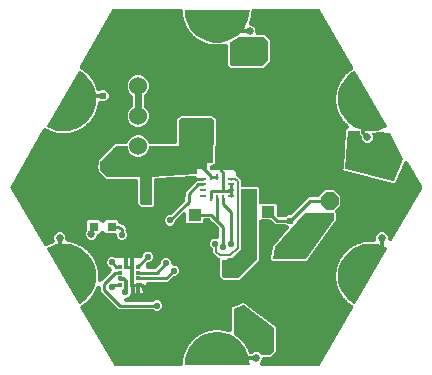
<source format=gbr>
G04 EAGLE Gerber RS-274X export*
G75*
%MOMM*%
%FSLAX34Y34*%
%LPD*%
%INTop Copper*%
%IPPOS*%
%AMOC8*
5,1,8,0,0,1.08239X$1,22.5*%
G01*
%ADD10R,0.800000X0.800000*%
%ADD11P,1.649562X8X22.500000*%
%ADD12R,1.100000X1.000000*%
%ADD13R,0.475000X0.250000*%
%ADD14R,0.250000X0.475000*%
%ADD15C,1.000000*%
%ADD16R,0.350000X0.375000*%
%ADD17R,0.375000X0.350000*%
%ADD18C,1.524000*%
%ADD19C,0.254000*%
%ADD20C,0.508000*%
%ADD21C,0.750000*%
%ADD22C,0.304800*%
%ADD23C,0.554800*%
%ADD24C,0.650000*%
%ADD25C,0.406400*%
%ADD26C,0.604800*%
%ADD27C,0.203200*%
%ADD28C,0.654800*%
%ADD29C,0.609600*%

G36*
X-31038Y-2029D02*
X-31038Y-2029D01*
X-31020Y-2031D01*
X-30838Y-2010D01*
X-30655Y-1991D01*
X-30638Y-1986D01*
X-30621Y-1984D01*
X-30446Y-1927D01*
X-30270Y-1873D01*
X-30255Y-1865D01*
X-30238Y-1859D01*
X-30078Y-1769D01*
X-29916Y-1681D01*
X-29903Y-1670D01*
X-29887Y-1661D01*
X-29748Y-1541D01*
X-29607Y-1424D01*
X-29596Y-1410D01*
X-29582Y-1398D01*
X-29470Y-1253D01*
X-29355Y-1110D01*
X-29347Y-1094D01*
X-29336Y-1080D01*
X-29254Y-915D01*
X-29169Y-753D01*
X-29164Y-736D01*
X-29156Y-720D01*
X-29109Y-541D01*
X-29058Y-366D01*
X-29056Y-348D01*
X-29052Y-331D01*
X-29025Y0D01*
X-29025Y352D01*
X-29009Y405D01*
X-28958Y549D01*
X-28950Y604D01*
X-28937Y645D01*
X-28930Y731D01*
X-28907Y877D01*
X-28817Y2070D01*
X-28819Y2146D01*
X-28812Y2222D01*
X-28824Y2347D01*
X-28827Y2472D01*
X-28844Y2547D01*
X-28852Y2623D01*
X-28889Y2743D01*
X-28890Y2748D01*
X-28740Y3403D01*
X-28732Y3470D01*
X-28695Y3704D01*
X-28645Y4364D01*
X-28605Y4439D01*
X-28539Y4545D01*
X-28511Y4617D01*
X-28475Y4684D01*
X-28426Y4840D01*
X-28395Y4922D01*
X-28389Y4957D01*
X-28375Y5001D01*
X-28071Y6333D01*
X-28062Y6409D01*
X-28043Y6483D01*
X-28037Y6608D01*
X-28021Y6732D01*
X-28027Y6808D01*
X-28023Y6885D01*
X-28042Y7009D01*
X-28042Y7014D01*
X-27796Y7640D01*
X-27778Y7705D01*
X-27707Y7930D01*
X-27559Y8576D01*
X-27509Y8644D01*
X-27427Y8739D01*
X-27389Y8806D01*
X-27344Y8868D01*
X-27272Y9014D01*
X-27229Y9090D01*
X-27218Y9124D01*
X-27198Y9166D01*
X-26699Y10437D01*
X-26678Y10511D01*
X-26648Y10581D01*
X-26623Y10704D01*
X-26589Y10825D01*
X-26583Y10901D01*
X-26568Y10976D01*
X-26568Y11101D01*
X-26568Y11107D01*
X-26232Y11689D01*
X-26204Y11750D01*
X-26100Y11963D01*
X-25858Y12579D01*
X-25798Y12639D01*
X-25702Y12721D01*
X-25655Y12781D01*
X-25601Y12835D01*
X-25508Y12969D01*
X-25455Y13038D01*
X-25439Y13070D01*
X-25412Y13108D01*
X-24729Y14291D01*
X-24698Y14361D01*
X-24658Y14426D01*
X-24615Y14544D01*
X-24563Y14658D01*
X-24546Y14733D01*
X-24520Y14805D01*
X-24501Y14929D01*
X-24500Y14934D01*
X-24081Y15459D01*
X-24044Y15516D01*
X-23910Y15710D01*
X-23579Y16284D01*
X-23510Y16334D01*
X-23404Y16401D01*
X-23348Y16453D01*
X-23287Y16499D01*
X-23175Y16618D01*
X-23112Y16678D01*
X-23091Y16707D01*
X-23059Y16741D01*
X-22208Y17809D01*
X-22166Y17873D01*
X-22117Y17931D01*
X-22057Y18042D01*
X-21989Y18147D01*
X-21961Y18218D01*
X-21924Y18285D01*
X-21887Y18405D01*
X-21885Y18410D01*
X-21392Y18867D01*
X-21376Y18886D01*
X-21372Y18889D01*
X-21362Y18902D01*
X-21348Y18918D01*
X-21186Y19090D01*
X-20773Y19607D01*
X-20697Y19647D01*
X-20583Y19697D01*
X-20520Y19741D01*
X-20452Y19777D01*
X-20324Y19877D01*
X-20252Y19927D01*
X-20227Y19953D01*
X-20191Y19982D01*
X-19190Y20911D01*
X-19139Y20968D01*
X-19082Y21019D01*
X-19006Y21119D01*
X-18923Y21213D01*
X-18885Y21279D01*
X-18839Y21340D01*
X-18784Y21453D01*
X-18781Y21457D01*
X-18226Y21836D01*
X-18174Y21879D01*
X-17989Y22025D01*
X-17503Y22476D01*
X-17422Y22504D01*
X-17301Y22536D01*
X-17233Y22570D01*
X-17161Y22595D01*
X-17019Y22676D01*
X-16940Y22714D01*
X-16912Y22737D01*
X-16872Y22759D01*
X-15743Y23529D01*
X-15685Y23578D01*
X-15620Y23619D01*
X-15531Y23707D01*
X-15435Y23787D01*
X-15387Y23847D01*
X-15332Y23901D01*
X-15262Y24004D01*
X-15258Y24008D01*
X-14652Y24300D01*
X-14595Y24335D01*
X-14389Y24452D01*
X-13989Y24725D01*
X-13842Y24825D01*
X-13758Y24841D01*
X-13634Y24854D01*
X-13561Y24878D01*
X-13486Y24892D01*
X-13333Y24951D01*
X-13250Y24977D01*
X-13219Y24994D01*
X-13176Y25011D01*
X-11945Y25604D01*
X-11880Y25644D01*
X-11810Y25675D01*
X-11708Y25748D01*
X-11602Y25814D01*
X-11545Y25865D01*
X-11483Y25910D01*
X-11398Y26002D01*
X-11394Y26006D01*
X-10752Y26204D01*
X-10690Y26230D01*
X-10469Y26315D01*
X-9872Y26602D01*
X-9787Y26605D01*
X-9662Y26600D01*
X-9586Y26612D01*
X-9510Y26615D01*
X-9350Y26650D01*
X-9264Y26664D01*
X-9231Y26677D01*
X-9186Y26687D01*
X-7880Y27089D01*
X-7810Y27119D01*
X-7736Y27140D01*
X-7624Y27197D01*
X-7509Y27246D01*
X-7446Y27289D01*
X-7378Y27324D01*
X-7280Y27402D01*
X-7275Y27405D01*
X-6610Y27505D01*
X-6545Y27521D01*
X-6314Y27572D01*
X-5682Y27768D01*
X-5597Y27758D01*
X-5474Y27734D01*
X-5397Y27735D01*
X-5321Y27727D01*
X-5158Y27738D01*
X-5071Y27739D01*
X-5036Y27746D01*
X-4990Y27749D01*
X-3639Y27953D01*
X-3565Y27972D01*
X-3489Y27981D01*
X-3370Y28021D01*
X-3249Y28052D01*
X-3180Y28085D01*
X-3107Y28109D01*
X-2999Y28172D01*
X-2994Y28174D01*
X-2322Y28174D01*
X-2255Y28181D01*
X-2019Y28197D01*
X-1364Y28296D01*
X-1281Y28273D01*
X-1163Y28232D01*
X-1088Y28221D01*
X-1014Y28201D01*
X-851Y28188D01*
X-765Y28176D01*
X-729Y28178D01*
X-683Y28174D01*
X683Y28174D01*
X759Y28182D01*
X836Y28180D01*
X959Y28202D01*
X1084Y28214D01*
X1157Y28237D01*
X1232Y28250D01*
X1349Y28296D01*
X1354Y28297D01*
X2019Y28197D01*
X2086Y28194D01*
X2322Y28174D01*
X2984Y28174D01*
X3062Y28140D01*
X3173Y28081D01*
X3246Y28059D01*
X3316Y28029D01*
X3475Y27991D01*
X3559Y27966D01*
X3595Y27963D01*
X3639Y27953D01*
X4990Y27749D01*
X5066Y27745D01*
X5142Y27732D01*
X5267Y27735D01*
X5392Y27729D01*
X5468Y27740D01*
X5544Y27742D01*
X5666Y27770D01*
X5672Y27771D01*
X6314Y27572D01*
X6380Y27559D01*
X6610Y27505D01*
X7265Y27406D01*
X7338Y27361D01*
X7438Y27286D01*
X7507Y27254D01*
X7572Y27213D01*
X7723Y27152D01*
X7803Y27115D01*
X7838Y27107D01*
X7880Y27089D01*
X9186Y26687D01*
X9261Y26672D01*
X9333Y26647D01*
X9457Y26632D01*
X9580Y26607D01*
X9657Y26607D01*
X9733Y26597D01*
X9858Y26606D01*
X9983Y26606D01*
X10058Y26621D01*
X10064Y26622D01*
X10116Y26617D01*
X10245Y26598D01*
X10316Y26601D01*
X10386Y26595D01*
X10516Y26611D01*
X10648Y26617D01*
X10716Y26634D01*
X10786Y26642D01*
X10911Y26683D01*
X11038Y26715D01*
X11102Y26745D01*
X11169Y26767D01*
X11283Y26832D01*
X11402Y26888D01*
X11458Y26930D01*
X11519Y26965D01*
X11619Y27051D01*
X11724Y27129D01*
X11771Y27182D01*
X11824Y27228D01*
X11904Y27332D01*
X11992Y27430D01*
X12028Y27491D01*
X12071Y27546D01*
X12129Y27664D01*
X12196Y27777D01*
X12219Y27844D01*
X12250Y27907D01*
X12284Y28034D01*
X12327Y28158D01*
X12336Y28227D01*
X12355Y28295D01*
X12369Y28470D01*
X12381Y28557D01*
X12379Y28587D01*
X12382Y28626D01*
X12382Y45279D01*
X12380Y45298D01*
X12381Y45317D01*
X12360Y45498D01*
X12342Y45680D01*
X12336Y45698D01*
X12334Y45717D01*
X12236Y46034D01*
X12224Y46065D01*
X12231Y46087D01*
X12250Y46126D01*
X12291Y46279D01*
X12339Y46429D01*
X12343Y46473D01*
X12355Y46515D01*
X12376Y46781D01*
X12381Y46826D01*
X12404Y46849D01*
X12416Y46863D01*
X12430Y46876D01*
X12544Y47020D01*
X12659Y47160D01*
X12668Y47177D01*
X12679Y47192D01*
X12835Y47485D01*
X12848Y47516D01*
X12868Y47527D01*
X12910Y47541D01*
X13046Y47620D01*
X13187Y47693D01*
X13221Y47720D01*
X13258Y47742D01*
X13462Y47915D01*
X13498Y47943D01*
X13529Y47943D01*
X13548Y47945D01*
X13567Y47944D01*
X13748Y47965D01*
X13930Y47983D01*
X13948Y47989D01*
X13967Y47991D01*
X14284Y48089D01*
X20492Y50572D01*
X20658Y50658D01*
X20826Y50743D01*
X20837Y50751D01*
X20849Y50758D01*
X20995Y50875D01*
X21130Y50981D01*
X21488Y51032D01*
X21563Y51051D01*
X21638Y51060D01*
X21794Y51108D01*
X21879Y51128D01*
X21912Y51144D01*
X21955Y51157D01*
X22293Y51292D01*
X22317Y51284D01*
X22331Y51282D01*
X22345Y51278D01*
X22531Y51258D01*
X22702Y51237D01*
X22991Y51020D01*
X23056Y50981D01*
X23116Y50933D01*
X23261Y50857D01*
X23335Y50812D01*
X23369Y50800D01*
X23410Y50778D01*
X23743Y50635D01*
X23755Y50612D01*
X23764Y50601D01*
X23770Y50588D01*
X23887Y50443D01*
X24003Y50295D01*
X24015Y50284D01*
X24023Y50275D01*
X24074Y50232D01*
X24252Y50075D01*
X47719Y32474D01*
X47791Y32431D01*
X47857Y32379D01*
X47962Y32327D01*
X48063Y32266D01*
X48142Y32237D01*
X48218Y32200D01*
X48307Y32176D01*
X48775Y31708D01*
X48836Y31658D01*
X48992Y31519D01*
X49520Y31124D01*
X49531Y31104D01*
X49531Y30442D01*
X49531Y30437D01*
X49531Y30433D01*
X49535Y30400D01*
X49539Y30363D01*
X49551Y30155D01*
X49644Y29503D01*
X49632Y29456D01*
X49592Y29346D01*
X49580Y29262D01*
X49558Y29181D01*
X49546Y29032D01*
X49533Y28947D01*
X49535Y28905D01*
X49531Y28850D01*
X49531Y10323D01*
X45239Y6032D01*
X40167Y6032D01*
X40150Y6030D01*
X40132Y6031D01*
X39950Y6010D01*
X39767Y5992D01*
X39750Y5987D01*
X39732Y5985D01*
X39558Y5928D01*
X39382Y5874D01*
X39366Y5865D01*
X39349Y5860D01*
X39189Y5769D01*
X39028Y5682D01*
X39014Y5671D01*
X38999Y5662D01*
X38859Y5542D01*
X38719Y5424D01*
X38707Y5410D01*
X38694Y5399D01*
X38581Y5254D01*
X38466Y5110D01*
X38458Y5095D01*
X38447Y5081D01*
X38365Y4916D01*
X38281Y4753D01*
X38276Y4736D01*
X38268Y4720D01*
X38220Y4542D01*
X38169Y4366D01*
X38168Y4348D01*
X38163Y4331D01*
X38136Y4001D01*
X38136Y3808D01*
X37406Y2044D01*
X36798Y1436D01*
X36792Y1429D01*
X36785Y1424D01*
X36666Y1275D01*
X36543Y1125D01*
X36538Y1117D01*
X36533Y1110D01*
X36445Y941D01*
X36354Y769D01*
X36351Y760D01*
X36347Y753D01*
X36294Y569D01*
X36239Y383D01*
X36238Y374D01*
X36236Y366D01*
X36220Y175D01*
X36203Y-18D01*
X36204Y-27D01*
X36203Y-36D01*
X36225Y-225D01*
X36246Y-418D01*
X36249Y-427D01*
X36250Y-435D01*
X36310Y-618D01*
X36368Y-802D01*
X36372Y-810D01*
X36375Y-818D01*
X36471Y-988D01*
X36563Y-1154D01*
X36568Y-1161D01*
X36573Y-1169D01*
X36699Y-1315D01*
X36823Y-1461D01*
X36830Y-1467D01*
X36836Y-1474D01*
X36989Y-1592D01*
X37139Y-1711D01*
X37147Y-1715D01*
X37154Y-1720D01*
X37328Y-1807D01*
X37498Y-1893D01*
X37506Y-1896D01*
X37515Y-1900D01*
X37702Y-1950D01*
X37886Y-2001D01*
X37895Y-2002D01*
X37903Y-2004D01*
X38234Y-2031D01*
X85725Y-2031D01*
X85818Y-2022D01*
X85911Y-2023D01*
X86018Y-2002D01*
X86126Y-1991D01*
X86215Y-1964D01*
X86306Y-1946D01*
X86407Y-1905D01*
X86511Y-1873D01*
X86593Y-1829D01*
X86679Y-1793D01*
X86769Y-1733D01*
X86865Y-1681D01*
X86936Y-1622D01*
X87014Y-1570D01*
X87090Y-1493D01*
X87174Y-1424D01*
X87232Y-1351D01*
X87298Y-1285D01*
X87374Y-1175D01*
X87426Y-1110D01*
X87449Y-1066D01*
X87486Y-1012D01*
X115031Y46937D01*
X115038Y46951D01*
X115047Y46964D01*
X115120Y47134D01*
X115196Y47304D01*
X115200Y47319D01*
X115206Y47334D01*
X115244Y47514D01*
X115285Y47696D01*
X115286Y47712D01*
X115289Y47728D01*
X115291Y47913D01*
X115295Y48099D01*
X115293Y48115D01*
X115293Y48131D01*
X115258Y48313D01*
X115226Y48495D01*
X115220Y48510D01*
X115217Y48526D01*
X115147Y48697D01*
X115080Y48871D01*
X115071Y48884D01*
X115065Y48899D01*
X114962Y49053D01*
X114862Y49209D01*
X114851Y49221D01*
X114842Y49234D01*
X114710Y49366D01*
X114582Y49499D01*
X114569Y49508D01*
X114558Y49519D01*
X114452Y49592D01*
X114373Y49675D01*
X114274Y49791D01*
X114231Y49826D01*
X114201Y49857D01*
X114131Y49906D01*
X114016Y49999D01*
X113026Y50674D01*
X112959Y50710D01*
X112897Y50755D01*
X112783Y50806D01*
X112673Y50866D01*
X112600Y50889D01*
X112530Y50920D01*
X112408Y50948D01*
X112402Y50950D01*
X111909Y51407D01*
X111856Y51448D01*
X111672Y51596D01*
X111125Y51969D01*
X111079Y52041D01*
X111021Y52152D01*
X110973Y52212D01*
X110932Y52277D01*
X110822Y52397D01*
X110767Y52465D01*
X110739Y52487D01*
X110708Y52521D01*
X109704Y53452D01*
X109644Y53498D01*
X109589Y53551D01*
X109483Y53619D01*
X109384Y53695D01*
X109315Y53728D01*
X109250Y53770D01*
X109134Y53815D01*
X109129Y53818D01*
X108710Y54343D01*
X108663Y54391D01*
X108503Y54566D01*
X108017Y55016D01*
X107983Y55094D01*
X107942Y55213D01*
X107903Y55279D01*
X107873Y55349D01*
X107781Y55484D01*
X107737Y55559D01*
X107713Y55586D01*
X107687Y55624D01*
X106834Y56694D01*
X106780Y56748D01*
X106734Y56809D01*
X106640Y56892D01*
X106553Y56982D01*
X106490Y57025D01*
X106432Y57076D01*
X106324Y57138D01*
X106319Y57142D01*
X105983Y57724D01*
X105944Y57778D01*
X105812Y57974D01*
X105399Y58492D01*
X105377Y58575D01*
X105354Y58698D01*
X105325Y58769D01*
X105305Y58843D01*
X105235Y58990D01*
X105203Y59071D01*
X105183Y59101D01*
X105163Y59142D01*
X104479Y60327D01*
X104434Y60389D01*
X104397Y60457D01*
X104317Y60552D01*
X104244Y60654D01*
X104188Y60706D01*
X104138Y60765D01*
X104041Y60843D01*
X104037Y60847D01*
X103791Y61473D01*
X103760Y61532D01*
X103659Y61746D01*
X103328Y62319D01*
X103318Y62404D01*
X103314Y62530D01*
X103296Y62604D01*
X103287Y62680D01*
X103240Y62836D01*
X103220Y62921D01*
X103205Y62954D01*
X103192Y62998D01*
X102691Y64271D01*
X102656Y64339D01*
X102630Y64411D01*
X102565Y64518D01*
X102508Y64630D01*
X102460Y64690D01*
X102420Y64755D01*
X102335Y64847D01*
X102331Y64851D01*
X102182Y65506D01*
X102160Y65571D01*
X102092Y65796D01*
X101850Y66413D01*
X101853Y66498D01*
X101867Y66623D01*
X101861Y66699D01*
X101864Y66775D01*
X101841Y66937D01*
X101833Y67024D01*
X101823Y67058D01*
X101817Y67104D01*
X101512Y68438D01*
X101487Y68510D01*
X101472Y68585D01*
X101423Y68701D01*
X101383Y68819D01*
X101345Y68886D01*
X101315Y68956D01*
X101245Y69060D01*
X101242Y69065D01*
X101192Y69735D01*
X101180Y69802D01*
X101146Y70035D01*
X100999Y70681D01*
X101015Y70764D01*
X101047Y70886D01*
X101052Y70962D01*
X101067Y71037D01*
X101068Y71201D01*
X101073Y71287D01*
X101069Y71323D01*
X101069Y71369D01*
X100966Y72733D01*
X100953Y72809D01*
X100949Y72885D01*
X100918Y73007D01*
X100896Y73130D01*
X100868Y73201D01*
X100849Y73275D01*
X100795Y73388D01*
X100793Y73393D01*
X100843Y74064D01*
X100842Y74131D01*
X100843Y74368D01*
X100793Y75028D01*
X100822Y75108D01*
X100872Y75223D01*
X100888Y75298D01*
X100914Y75370D01*
X100939Y75531D01*
X100957Y75617D01*
X100958Y75652D01*
X100965Y75698D01*
X101067Y77063D01*
X101065Y77139D01*
X101073Y77215D01*
X101060Y77340D01*
X101057Y77465D01*
X101040Y77540D01*
X101032Y77616D01*
X100996Y77736D01*
X100994Y77741D01*
X101144Y78396D01*
X101152Y78463D01*
X101189Y78697D01*
X101238Y79357D01*
X101278Y79432D01*
X101345Y79538D01*
X101372Y79610D01*
X101408Y79678D01*
X101457Y79833D01*
X101488Y79915D01*
X101494Y79950D01*
X101508Y79994D01*
X101812Y81328D01*
X101822Y81404D01*
X101840Y81478D01*
X101846Y81603D01*
X101862Y81728D01*
X101856Y81804D01*
X101860Y81880D01*
X101842Y82004D01*
X101841Y82010D01*
X102087Y82636D01*
X102105Y82700D01*
X102176Y82926D01*
X102323Y83571D01*
X102374Y83640D01*
X102456Y83735D01*
X102493Y83802D01*
X102539Y83863D01*
X102611Y84010D01*
X102654Y84086D01*
X102665Y84120D01*
X102685Y84161D01*
X103184Y85435D01*
X103205Y85509D01*
X103235Y85579D01*
X103260Y85702D01*
X103293Y85823D01*
X103299Y85899D01*
X103314Y85974D01*
X103314Y86099D01*
X103315Y86105D01*
X103651Y86687D01*
X103679Y86749D01*
X103783Y86961D01*
X104024Y87577D01*
X104085Y87638D01*
X104180Y87719D01*
X104227Y87779D01*
X104281Y87834D01*
X104374Y87968D01*
X104427Y88036D01*
X104443Y88068D01*
X104470Y88106D01*
X105154Y89292D01*
X105185Y89361D01*
X105225Y89427D01*
X105268Y89544D01*
X105319Y89659D01*
X105336Y89733D01*
X105362Y89805D01*
X105381Y89929D01*
X105382Y89934D01*
X105801Y90460D01*
X105838Y90516D01*
X105972Y90711D01*
X106303Y91285D01*
X106372Y91335D01*
X106478Y91402D01*
X106534Y91454D01*
X106595Y91500D01*
X106707Y91619D01*
X106770Y91679D01*
X106791Y91708D01*
X106823Y91742D01*
X107676Y92812D01*
X107717Y92876D01*
X107766Y92935D01*
X107826Y93045D01*
X107894Y93150D01*
X107922Y93221D01*
X107959Y93288D01*
X107996Y93408D01*
X107998Y93413D01*
X108490Y93870D01*
X108534Y93920D01*
X108697Y94093D01*
X109109Y94611D01*
X109185Y94651D01*
X109300Y94701D01*
X109363Y94745D01*
X109430Y94780D01*
X109558Y94881D01*
X109630Y94931D01*
X109655Y94957D01*
X109691Y94985D01*
X110694Y95916D01*
X110744Y95974D01*
X110802Y96025D01*
X110878Y96124D01*
X110960Y96218D01*
X110999Y96285D01*
X111045Y96346D01*
X111099Y96458D01*
X111102Y96463D01*
X111657Y96842D01*
X111708Y96885D01*
X111895Y97031D01*
X112380Y97482D01*
X112461Y97510D01*
X112582Y97542D01*
X112650Y97576D01*
X112723Y97602D01*
X112865Y97682D01*
X112943Y97721D01*
X112971Y97743D01*
X113011Y97766D01*
X114141Y98537D01*
X114200Y98586D01*
X114264Y98628D01*
X114354Y98715D01*
X114450Y98795D01*
X114498Y98855D01*
X114552Y98909D01*
X114623Y99012D01*
X114626Y99016D01*
X115232Y99308D01*
X115290Y99343D01*
X115495Y99460D01*
X116042Y99833D01*
X116126Y99849D01*
X116250Y99863D01*
X116323Y99886D01*
X116399Y99901D01*
X116551Y99959D01*
X116634Y99986D01*
X116665Y100003D01*
X116708Y100020D01*
X117941Y100614D01*
X118006Y100654D01*
X118076Y100685D01*
X118178Y100758D01*
X118284Y100824D01*
X118341Y100876D01*
X118403Y100920D01*
X118488Y101012D01*
X118492Y101016D01*
X119134Y101214D01*
X119196Y101240D01*
X119417Y101325D01*
X120013Y101613D01*
X120099Y101616D01*
X120224Y101611D01*
X120300Y101623D01*
X120376Y101626D01*
X120535Y101661D01*
X120622Y101675D01*
X120655Y101688D01*
X120700Y101698D01*
X122007Y102101D01*
X122078Y102131D01*
X122152Y102152D01*
X122263Y102209D01*
X122378Y102258D01*
X122442Y102301D01*
X122510Y102336D01*
X122608Y102414D01*
X122612Y102417D01*
X123277Y102517D01*
X123342Y102534D01*
X123573Y102585D01*
X124206Y102780D01*
X124291Y102771D01*
X124414Y102747D01*
X124490Y102748D01*
X124566Y102739D01*
X124729Y102751D01*
X124816Y102751D01*
X124851Y102759D01*
X124897Y102762D01*
X126250Y102966D01*
X126325Y102985D01*
X126401Y102995D01*
X126519Y103035D01*
X126641Y103066D01*
X126710Y103099D01*
X126782Y103123D01*
X126891Y103186D01*
X126896Y103188D01*
X127568Y103188D01*
X127635Y103195D01*
X127871Y103211D01*
X128525Y103310D01*
X128608Y103288D01*
X128726Y103246D01*
X128802Y103236D01*
X128876Y103216D01*
X129039Y103203D01*
X129125Y103191D01*
X129161Y103193D01*
X129207Y103189D01*
X130575Y103189D01*
X130651Y103197D01*
X130728Y103195D01*
X130851Y103217D01*
X130976Y103229D01*
X131049Y103252D01*
X131124Y103265D01*
X131241Y103311D01*
X131246Y103313D01*
X131911Y103213D01*
X131978Y103209D01*
X132213Y103190D01*
X132895Y103190D01*
X132912Y103192D01*
X132930Y103190D01*
X133112Y103212D01*
X133295Y103230D01*
X133312Y103235D01*
X133329Y103237D01*
X133504Y103294D01*
X133680Y103348D01*
X133695Y103357D01*
X133712Y103362D01*
X133873Y103453D01*
X134034Y103540D01*
X134048Y103551D01*
X134063Y103560D01*
X134202Y103680D01*
X134343Y103798D01*
X134354Y103812D01*
X134368Y103823D01*
X134480Y103968D01*
X134595Y104112D01*
X134604Y104127D01*
X134614Y104141D01*
X134696Y104305D01*
X134781Y104469D01*
X134786Y104486D01*
X134794Y104502D01*
X134842Y104680D01*
X134892Y104856D01*
X134894Y104874D01*
X134898Y104891D01*
X134925Y105221D01*
X134925Y107312D01*
X135652Y109067D01*
X136995Y110410D01*
X138750Y111137D01*
X140650Y111137D01*
X142405Y110410D01*
X143748Y109067D01*
X144475Y107312D01*
X144475Y105804D01*
X144482Y105729D01*
X144480Y105653D01*
X144502Y105529D01*
X144515Y105403D01*
X144537Y105331D01*
X144550Y105257D01*
X144596Y105139D01*
X144633Y105018D01*
X144669Y104952D01*
X144696Y104882D01*
X144764Y104775D01*
X144825Y104664D01*
X144873Y104606D01*
X144914Y104543D01*
X145001Y104452D01*
X145082Y104355D01*
X145141Y104308D01*
X145194Y104254D01*
X145298Y104182D01*
X145396Y104103D01*
X145463Y104068D01*
X145525Y104025D01*
X145641Y103975D01*
X145753Y103917D01*
X145826Y103896D01*
X145895Y103867D01*
X146019Y103841D01*
X146140Y103806D01*
X146216Y103800D01*
X146289Y103784D01*
X146416Y103783D01*
X146542Y103773D01*
X146616Y103782D01*
X146692Y103781D01*
X146816Y103805D01*
X146941Y103820D01*
X147013Y103843D01*
X147087Y103858D01*
X147204Y103906D01*
X147324Y103945D01*
X147390Y103982D01*
X147460Y104010D01*
X147565Y104081D01*
X147675Y104143D01*
X147732Y104192D01*
X147795Y104234D01*
X147884Y104323D01*
X147979Y104406D01*
X148026Y104465D01*
X148079Y104519D01*
X148173Y104655D01*
X148226Y104724D01*
X148242Y104755D01*
X148267Y104792D01*
X173211Y148213D01*
X173247Y148292D01*
X173291Y148367D01*
X173305Y148407D01*
X173633Y148976D01*
X173643Y149008D01*
X173652Y149021D01*
X173656Y149045D01*
X173657Y149049D01*
X173688Y149119D01*
X173688Y149143D01*
X173696Y149165D01*
X173690Y149241D01*
X173691Y149318D01*
X173681Y149342D01*
X173680Y149363D01*
X173659Y149402D01*
X173633Y149474D01*
X173291Y150068D01*
X173260Y150147D01*
X173236Y150184D01*
X173211Y150237D01*
X161637Y170385D01*
X161597Y170440D01*
X161566Y170500D01*
X161481Y170603D01*
X161403Y170713D01*
X161353Y170759D01*
X161310Y170811D01*
X161206Y170896D01*
X161108Y170988D01*
X161051Y171023D01*
X160999Y171066D01*
X160880Y171128D01*
X160766Y171199D01*
X160702Y171223D01*
X160643Y171254D01*
X160514Y171292D01*
X160388Y171339D01*
X160321Y171349D01*
X160257Y171368D01*
X160123Y171380D01*
X159991Y171401D01*
X159923Y171398D01*
X159856Y171404D01*
X159722Y171390D01*
X159588Y171384D01*
X159523Y171368D01*
X159456Y171361D01*
X159327Y171320D01*
X159197Y171288D01*
X159136Y171259D01*
X159072Y171239D01*
X158954Y171174D01*
X158833Y171117D01*
X158779Y171076D01*
X158720Y171044D01*
X158617Y170957D01*
X158510Y170877D01*
X158464Y170827D01*
X158413Y170783D01*
X158330Y170677D01*
X158240Y170578D01*
X158205Y170520D01*
X158164Y170467D01*
X158078Y170305D01*
X158034Y170232D01*
X158025Y170205D01*
X158008Y170173D01*
X151208Y154305D01*
X151189Y154245D01*
X151108Y154014D01*
X150951Y153409D01*
X150911Y153358D01*
X150323Y153123D01*
X150267Y153094D01*
X150048Y152987D01*
X149509Y152670D01*
X149444Y152663D01*
X148862Y152912D01*
X148801Y152931D01*
X148571Y153011D01*
X108897Y163297D01*
X108873Y163301D01*
X108850Y163309D01*
X108522Y163358D01*
X108019Y163391D01*
X107885Y163467D01*
X107824Y163506D01*
X107562Y163950D01*
X107548Y163970D01*
X107537Y163991D01*
X107340Y164258D01*
X107008Y164637D01*
X106967Y164786D01*
X106950Y164856D01*
X107080Y165356D01*
X107084Y165379D01*
X107091Y165402D01*
X107140Y165730D01*
X109221Y196935D01*
X109220Y196954D01*
X109223Y196978D01*
X109258Y197749D01*
X109839Y198257D01*
X109852Y198271D01*
X109871Y198285D01*
X110822Y199154D01*
X110856Y199192D01*
X110897Y199226D01*
X110990Y199342D01*
X111091Y199453D01*
X111117Y199498D01*
X111150Y199539D01*
X111219Y199671D01*
X111295Y199800D01*
X111312Y199849D01*
X111336Y199895D01*
X111378Y200039D01*
X111427Y200180D01*
X111434Y200232D01*
X111449Y200282D01*
X111462Y200431D01*
X111482Y200579D01*
X111479Y200631D01*
X111483Y200683D01*
X111466Y200832D01*
X111457Y200981D01*
X111443Y201031D01*
X111437Y201083D01*
X111391Y201225D01*
X111353Y201370D01*
X111330Y201417D01*
X111314Y201466D01*
X111282Y201523D01*
X111274Y201571D01*
X111230Y201688D01*
X111194Y201808D01*
X111159Y201876D01*
X111132Y201947D01*
X111065Y202054D01*
X111007Y202164D01*
X110958Y202224D01*
X110918Y202289D01*
X110808Y202409D01*
X110753Y202477D01*
X110725Y202500D01*
X110694Y202534D01*
X109691Y203465D01*
X109630Y203511D01*
X109575Y203564D01*
X109470Y203632D01*
X109370Y203708D01*
X109301Y203741D01*
X109237Y203783D01*
X109121Y203829D01*
X109116Y203831D01*
X108697Y204357D01*
X108650Y204405D01*
X108490Y204580D01*
X108005Y205030D01*
X107971Y205108D01*
X107930Y205227D01*
X107891Y205293D01*
X107860Y205363D01*
X107770Y205498D01*
X107725Y205573D01*
X107701Y205600D01*
X107676Y205638D01*
X106823Y206708D01*
X106769Y206763D01*
X106723Y206824D01*
X106629Y206907D01*
X106542Y206997D01*
X106479Y207040D01*
X106421Y207091D01*
X106313Y207153D01*
X106308Y207157D01*
X105972Y207739D01*
X105933Y207794D01*
X105801Y207990D01*
X105389Y208508D01*
X105367Y208590D01*
X105344Y208714D01*
X105315Y208785D01*
X105295Y208858D01*
X105226Y209006D01*
X105193Y209087D01*
X105173Y209117D01*
X105154Y209158D01*
X104470Y210344D01*
X104425Y210406D01*
X104389Y210473D01*
X104308Y210569D01*
X104235Y210671D01*
X104179Y210723D01*
X104130Y210781D01*
X104032Y210860D01*
X104028Y210863D01*
X103783Y211489D01*
X103752Y211549D01*
X103651Y211763D01*
X103320Y212336D01*
X103311Y212421D01*
X103306Y212547D01*
X103288Y212621D01*
X103280Y212697D01*
X103233Y212854D01*
X103213Y212938D01*
X103198Y212971D01*
X103184Y213015D01*
X102685Y214289D01*
X102650Y214357D01*
X102624Y214429D01*
X102559Y214536D01*
X102501Y214647D01*
X102454Y214707D01*
X102414Y214772D01*
X102329Y214864D01*
X102325Y214869D01*
X102176Y215524D01*
X102155Y215588D01*
X102087Y215814D01*
X101845Y216431D01*
X101848Y216516D01*
X101863Y216641D01*
X101856Y216717D01*
X101859Y216793D01*
X101836Y216955D01*
X101829Y217042D01*
X101819Y217076D01*
X101812Y217122D01*
X101508Y218456D01*
X101484Y218529D01*
X101468Y218604D01*
X101420Y218719D01*
X101380Y218838D01*
X101342Y218904D01*
X101312Y218975D01*
X101242Y219078D01*
X101239Y219083D01*
X101189Y219754D01*
X101177Y219820D01*
X101144Y220054D01*
X100997Y220699D01*
X101013Y220783D01*
X101045Y220904D01*
X101050Y220981D01*
X101065Y221056D01*
X101066Y221219D01*
X101071Y221306D01*
X101067Y221341D01*
X101067Y221387D01*
X100965Y222752D01*
X100952Y222827D01*
X100948Y222904D01*
X100917Y223025D01*
X100896Y223149D01*
X100868Y223220D01*
X100849Y223294D01*
X100795Y223407D01*
X100793Y223412D01*
X100843Y224082D01*
X100842Y224150D01*
X100843Y224386D01*
X100794Y225046D01*
X100822Y225127D01*
X100873Y225242D01*
X100889Y225317D01*
X100914Y225389D01*
X100940Y225550D01*
X100958Y225635D01*
X100959Y225671D01*
X100966Y225717D01*
X101069Y227081D01*
X101067Y227158D01*
X101075Y227234D01*
X101062Y227358D01*
X101059Y227484D01*
X101042Y227558D01*
X101035Y227634D01*
X100998Y227754D01*
X100997Y227759D01*
X101146Y228415D01*
X101155Y228481D01*
X101192Y228715D01*
X101242Y229375D01*
X101282Y229451D01*
X101348Y229557D01*
X101376Y229628D01*
X101412Y229696D01*
X101461Y229851D01*
X101492Y229933D01*
X101498Y229968D01*
X101512Y230012D01*
X101817Y231346D01*
X101826Y231422D01*
X101845Y231496D01*
X101851Y231621D01*
X101867Y231746D01*
X101861Y231822D01*
X101865Y231898D01*
X101847Y232022D01*
X101846Y232028D01*
X102092Y232654D01*
X102110Y232718D01*
X102182Y232944D01*
X102329Y233589D01*
X102380Y233658D01*
X102462Y233753D01*
X102499Y233819D01*
X102545Y233881D01*
X102617Y234027D01*
X102660Y234103D01*
X102671Y234137D01*
X102691Y234179D01*
X103192Y235452D01*
X103212Y235526D01*
X103242Y235596D01*
X103267Y235719D01*
X103301Y235840D01*
X103307Y235916D01*
X103322Y235991D01*
X103322Y236116D01*
X103323Y236122D01*
X103659Y236704D01*
X103686Y236765D01*
X103791Y236977D01*
X104033Y237594D01*
X104093Y237654D01*
X104188Y237736D01*
X104236Y237796D01*
X104290Y237850D01*
X104383Y237984D01*
X104436Y238053D01*
X104452Y238085D01*
X104479Y238123D01*
X105163Y239308D01*
X105195Y239377D01*
X105235Y239443D01*
X105277Y239560D01*
X105329Y239674D01*
X105346Y239749D01*
X105372Y239821D01*
X105391Y239945D01*
X105392Y239950D01*
X105812Y240476D01*
X105848Y240532D01*
X105872Y240566D01*
X105906Y240609D01*
X105921Y240636D01*
X105983Y240726D01*
X106314Y241300D01*
X106383Y241350D01*
X106489Y241417D01*
X106545Y241469D01*
X106606Y241515D01*
X106718Y241634D01*
X106782Y241694D01*
X106802Y241723D01*
X106834Y241756D01*
X107687Y242826D01*
X107729Y242890D01*
X107778Y242949D01*
X107838Y243059D01*
X107906Y243164D01*
X107934Y243235D01*
X107971Y243302D01*
X108008Y243422D01*
X108010Y243427D01*
X108503Y243884D01*
X108548Y243935D01*
X108710Y244107D01*
X109123Y244624D01*
X109198Y244664D01*
X109313Y244714D01*
X109376Y244758D01*
X109444Y244793D01*
X109572Y244894D01*
X109644Y244944D01*
X109668Y244970D01*
X109704Y244998D01*
X110708Y245929D01*
X110758Y245986D01*
X110816Y246037D01*
X110891Y246137D01*
X110974Y246230D01*
X111013Y246297D01*
X111059Y246358D01*
X111114Y246470D01*
X111116Y246475D01*
X111672Y246854D01*
X111724Y246897D01*
X111909Y247043D01*
X112395Y247493D01*
X112476Y247521D01*
X112597Y247553D01*
X112665Y247587D01*
X112738Y247613D01*
X112880Y247693D01*
X112958Y247732D01*
X112986Y247754D01*
X113026Y247776D01*
X114016Y248451D01*
X114133Y248549D01*
X114254Y248641D01*
X114287Y248678D01*
X114325Y248709D01*
X114420Y248828D01*
X114445Y248857D01*
X114461Y248869D01*
X114612Y248977D01*
X114623Y248989D01*
X114636Y248998D01*
X114759Y249135D01*
X114886Y249272D01*
X114895Y249285D01*
X114905Y249297D01*
X115000Y249456D01*
X115097Y249615D01*
X115103Y249630D01*
X115111Y249643D01*
X115172Y249818D01*
X115236Y249992D01*
X115239Y250008D01*
X115244Y250023D01*
X115270Y250207D01*
X115298Y250390D01*
X115297Y250406D01*
X115299Y250422D01*
X115288Y250607D01*
X115280Y250792D01*
X115276Y250808D01*
X115275Y250824D01*
X115228Y251003D01*
X115183Y251183D01*
X115176Y251198D01*
X115172Y251213D01*
X115031Y251513D01*
X87486Y299462D01*
X87432Y299538D01*
X87386Y299619D01*
X87315Y299701D01*
X87252Y299789D01*
X87184Y299853D01*
X87123Y299924D01*
X87037Y299990D01*
X86958Y300064D01*
X86879Y300113D01*
X86805Y300170D01*
X86708Y300219D01*
X86615Y300276D01*
X86528Y300308D01*
X86445Y300350D01*
X86340Y300378D01*
X86238Y300415D01*
X86146Y300430D01*
X86056Y300454D01*
X85922Y300465D01*
X85840Y300478D01*
X85790Y300476D01*
X85725Y300481D01*
X31056Y300481D01*
X31038Y300479D01*
X31020Y300481D01*
X30838Y300460D01*
X30655Y300441D01*
X30638Y300436D01*
X30621Y300434D01*
X30446Y300377D01*
X30270Y300323D01*
X30255Y300315D01*
X30238Y300309D01*
X30078Y300219D01*
X29916Y300131D01*
X29903Y300120D01*
X29887Y300111D01*
X29748Y299991D01*
X29607Y299874D01*
X29596Y299860D01*
X29582Y299848D01*
X29470Y299703D01*
X29355Y299560D01*
X29347Y299544D01*
X29336Y299530D01*
X29254Y299365D01*
X29169Y299203D01*
X29164Y299186D01*
X29156Y299170D01*
X29109Y298991D01*
X29058Y298816D01*
X29056Y298798D01*
X29052Y298781D01*
X29025Y298450D01*
X29025Y298098D01*
X29009Y298045D01*
X28958Y297901D01*
X28950Y297846D01*
X28937Y297805D01*
X28930Y297719D01*
X28907Y297573D01*
X28817Y296380D01*
X28819Y296304D01*
X28812Y296228D01*
X28824Y296103D01*
X28827Y295978D01*
X28844Y295903D01*
X28852Y295827D01*
X28888Y295707D01*
X28890Y295702D01*
X28740Y295047D01*
X28732Y294980D01*
X28720Y294905D01*
X28718Y294897D01*
X28716Y294883D01*
X28695Y294746D01*
X28645Y294086D01*
X28605Y294011D01*
X28539Y293905D01*
X28511Y293833D01*
X28475Y293766D01*
X28426Y293610D01*
X28395Y293528D01*
X28389Y293493D01*
X28375Y293449D01*
X28071Y292117D01*
X28062Y292041D01*
X28043Y291967D01*
X28037Y291842D01*
X28021Y291718D01*
X28027Y291642D01*
X28023Y291565D01*
X28042Y291441D01*
X28042Y291436D01*
X27796Y290810D01*
X27778Y290745D01*
X27707Y290520D01*
X27559Y289874D01*
X27509Y289805D01*
X27427Y289711D01*
X27389Y289644D01*
X27344Y289582D01*
X27272Y289436D01*
X27229Y289360D01*
X27218Y289326D01*
X27198Y289284D01*
X27024Y288842D01*
X26970Y288652D01*
X26917Y288466D01*
X26916Y288460D01*
X26915Y288454D01*
X26900Y288259D01*
X26884Y288064D01*
X26884Y288059D01*
X26884Y288053D01*
X26908Y287858D01*
X26931Y287664D01*
X26933Y287659D01*
X26933Y287653D01*
X26995Y287467D01*
X27056Y287282D01*
X27058Y287277D01*
X27060Y287271D01*
X27157Y287102D01*
X27253Y286931D01*
X27257Y286927D01*
X27260Y286922D01*
X27389Y286774D01*
X27517Y286626D01*
X27521Y286623D01*
X27525Y286619D01*
X27683Y286497D01*
X27835Y286380D01*
X27840Y286377D01*
X27844Y286373D01*
X28020Y286287D01*
X28195Y286200D01*
X28201Y286199D01*
X28206Y286196D01*
X28393Y286147D01*
X28584Y286096D01*
X28590Y286095D01*
X28595Y286094D01*
X28634Y286092D01*
X28639Y286091D01*
X30448Y285342D01*
X31791Y283999D01*
X32518Y282244D01*
X32518Y280162D01*
X32520Y280144D01*
X32519Y280126D01*
X32540Y279944D01*
X32558Y279761D01*
X32563Y279744D01*
X32566Y279727D01*
X32622Y279552D01*
X32676Y279376D01*
X32685Y279361D01*
X32690Y279344D01*
X32781Y279184D01*
X32868Y279022D01*
X32880Y279009D01*
X32888Y278993D01*
X33009Y278854D01*
X33126Y278713D01*
X33140Y278702D01*
X33151Y278688D01*
X33296Y278576D01*
X33440Y278461D01*
X33455Y278453D01*
X33470Y278442D01*
X33634Y278360D01*
X33797Y278275D01*
X33814Y278270D01*
X33830Y278262D01*
X34008Y278215D01*
X34184Y278164D01*
X34202Y278162D01*
X34219Y278158D01*
X34550Y278131D01*
X40477Y278131D01*
X44768Y273839D01*
X44768Y256386D01*
X38889Y250507D01*
X11911Y250507D01*
X9207Y253211D01*
X9207Y268976D01*
X9190Y269144D01*
X9178Y269314D01*
X9170Y269345D01*
X9167Y269377D01*
X9117Y269539D01*
X9072Y269702D01*
X9058Y269731D01*
X9049Y269762D01*
X8968Y269910D01*
X8892Y270062D01*
X8872Y270088D01*
X8857Y270116D01*
X8749Y270246D01*
X8644Y270379D01*
X8620Y270400D01*
X8599Y270425D01*
X8467Y270531D01*
X8338Y270642D01*
X8310Y270657D01*
X8285Y270677D01*
X8135Y270755D01*
X7987Y270838D01*
X7956Y270848D01*
X7928Y270863D01*
X7765Y270910D01*
X7604Y270962D01*
X7572Y270965D01*
X7541Y270974D01*
X7372Y270988D01*
X7204Y271007D01*
X7168Y271005D01*
X7140Y271007D01*
X7055Y270997D01*
X6873Y270985D01*
X6610Y270945D01*
X6545Y270929D01*
X6314Y270878D01*
X5682Y270682D01*
X5597Y270692D01*
X5474Y270716D01*
X5397Y270715D01*
X5321Y270723D01*
X5158Y270712D01*
X5071Y270711D01*
X5036Y270704D01*
X4990Y270701D01*
X3639Y270497D01*
X3565Y270478D01*
X3489Y270469D01*
X3370Y270429D01*
X3249Y270398D01*
X3180Y270365D01*
X3107Y270341D01*
X2999Y270278D01*
X2994Y270276D01*
X2322Y270276D01*
X2255Y270269D01*
X2019Y270253D01*
X1364Y270154D01*
X1281Y270177D01*
X1163Y270218D01*
X1088Y270229D01*
X1014Y270249D01*
X851Y270262D01*
X765Y270274D01*
X729Y270272D01*
X683Y270276D01*
X-683Y270276D01*
X-759Y270268D01*
X-836Y270270D01*
X-959Y270248D01*
X-1084Y270236D01*
X-1157Y270213D01*
X-1232Y270200D01*
X-1349Y270154D01*
X-1354Y270153D01*
X-2019Y270253D01*
X-2086Y270256D01*
X-2322Y270276D01*
X-2984Y270276D01*
X-3062Y270310D01*
X-3173Y270369D01*
X-3246Y270391D01*
X-3316Y270421D01*
X-3475Y270459D01*
X-3559Y270483D01*
X-3594Y270487D01*
X-3639Y270497D01*
X-4990Y270701D01*
X-5066Y270705D01*
X-5142Y270718D01*
X-5267Y270715D01*
X-5392Y270721D01*
X-5468Y270710D01*
X-5544Y270708D01*
X-5666Y270680D01*
X-5672Y270679D01*
X-6314Y270878D01*
X-6380Y270891D01*
X-6610Y270945D01*
X-7265Y271044D01*
X-7338Y271089D01*
X-7438Y271164D01*
X-7507Y271196D01*
X-7572Y271237D01*
X-7723Y271298D01*
X-7803Y271335D01*
X-7838Y271343D01*
X-7880Y271361D01*
X-9186Y271763D01*
X-9261Y271778D01*
X-9333Y271803D01*
X-9457Y271818D01*
X-9580Y271843D01*
X-9657Y271843D01*
X-9733Y271853D01*
X-9858Y271844D01*
X-9863Y271844D01*
X-10469Y272135D01*
X-10532Y272158D01*
X-10752Y272246D01*
X-11384Y272441D01*
X-11449Y272497D01*
X-11537Y272586D01*
X-11601Y272628D01*
X-11659Y272678D01*
X-11800Y272761D01*
X-11872Y272809D01*
X-11905Y272823D01*
X-11945Y272846D01*
X-13176Y273439D01*
X-13248Y273465D01*
X-13316Y273500D01*
X-13436Y273534D01*
X-13554Y273577D01*
X-13630Y273588D01*
X-13704Y273609D01*
X-13828Y273619D01*
X-13834Y273619D01*
X-14389Y273998D01*
X-14449Y274031D01*
X-14652Y274150D01*
X-15249Y274437D01*
X-15305Y274502D01*
X-15379Y274603D01*
X-15436Y274655D01*
X-15485Y274713D01*
X-15612Y274815D01*
X-15677Y274874D01*
X-15708Y274892D01*
X-15743Y274921D01*
X-16872Y275691D01*
X-16939Y275727D01*
X-17001Y275772D01*
X-17116Y275824D01*
X-17226Y275883D01*
X-17298Y275906D01*
X-17368Y275938D01*
X-17491Y275966D01*
X-17496Y275967D01*
X-17989Y276425D01*
X-18042Y276465D01*
X-18226Y276614D01*
X-18773Y276987D01*
X-18818Y277059D01*
X-18877Y277170D01*
X-18925Y277230D01*
X-18966Y277294D01*
X-19076Y277415D01*
X-19131Y277482D01*
X-19159Y277505D01*
X-19190Y277539D01*
X-20191Y278468D01*
X-20252Y278515D01*
X-20307Y278568D01*
X-20412Y278636D01*
X-20512Y278712D01*
X-20581Y278745D01*
X-20645Y278786D01*
X-20762Y278832D01*
X-20767Y278835D01*
X-21186Y279360D01*
X-21232Y279408D01*
X-21392Y279583D01*
X-21878Y280033D01*
X-21912Y280111D01*
X-21953Y280230D01*
X-21992Y280296D01*
X-22023Y280366D01*
X-22114Y280501D01*
X-22158Y280577D01*
X-22182Y280603D01*
X-22208Y280641D01*
X-23059Y281709D01*
X-23113Y281764D01*
X-23159Y281825D01*
X-23253Y281908D01*
X-23340Y281998D01*
X-23403Y282041D01*
X-23461Y282092D01*
X-23569Y282154D01*
X-23574Y282158D01*
X-23910Y282740D01*
X-23949Y282794D01*
X-24081Y282991D01*
X-24494Y283508D01*
X-24516Y283591D01*
X-24539Y283714D01*
X-24568Y283785D01*
X-24587Y283859D01*
X-24657Y284006D01*
X-24690Y284087D01*
X-24710Y284117D01*
X-24729Y284159D01*
X-25412Y285342D01*
X-25457Y285404D01*
X-25494Y285471D01*
X-25574Y285567D01*
X-25647Y285669D01*
X-25703Y285721D01*
X-25752Y285780D01*
X-25850Y285858D01*
X-25854Y285862D01*
X-26100Y286487D01*
X-26130Y286547D01*
X-26232Y286761D01*
X-26563Y287334D01*
X-26572Y287419D01*
X-26577Y287545D01*
X-26594Y287619D01*
X-26603Y287695D01*
X-26650Y287851D01*
X-26670Y287936D01*
X-26685Y287969D01*
X-26699Y288013D01*
X-27198Y289284D01*
X-27232Y289353D01*
X-27259Y289425D01*
X-27324Y289531D01*
X-27381Y289643D01*
X-27429Y289703D01*
X-27469Y289768D01*
X-27554Y289860D01*
X-27557Y289864D01*
X-27707Y290520D01*
X-27728Y290583D01*
X-27796Y290810D01*
X-28038Y291426D01*
X-28035Y291512D01*
X-28021Y291636D01*
X-28027Y291712D01*
X-28024Y291789D01*
X-28047Y291950D01*
X-28055Y292037D01*
X-28065Y292072D01*
X-28071Y292117D01*
X-28375Y293449D01*
X-28400Y293522D01*
X-28415Y293597D01*
X-28464Y293712D01*
X-28503Y293831D01*
X-28542Y293897D01*
X-28571Y293968D01*
X-28642Y294071D01*
X-28645Y294076D01*
X-28695Y294746D01*
X-28706Y294812D01*
X-28740Y295047D01*
X-28887Y295692D01*
X-28871Y295776D01*
X-28839Y295897D01*
X-28834Y295973D01*
X-28820Y296049D01*
X-28818Y296212D01*
X-28813Y296299D01*
X-28818Y296334D01*
X-28817Y296380D01*
X-28907Y297573D01*
X-28933Y297723D01*
X-28952Y297874D01*
X-28968Y297921D01*
X-28976Y297969D01*
X-29025Y298093D01*
X-29025Y298450D01*
X-29027Y298468D01*
X-29025Y298486D01*
X-29046Y298668D01*
X-29065Y298851D01*
X-29070Y298868D01*
X-29072Y298885D01*
X-29129Y299060D01*
X-29183Y299236D01*
X-29191Y299251D01*
X-29197Y299268D01*
X-29287Y299428D01*
X-29375Y299590D01*
X-29386Y299603D01*
X-29395Y299619D01*
X-29515Y299758D01*
X-29632Y299899D01*
X-29646Y299910D01*
X-29658Y299924D01*
X-29803Y300036D01*
X-29946Y300151D01*
X-29962Y300159D01*
X-29976Y300170D01*
X-30141Y300252D01*
X-30303Y300337D01*
X-30320Y300342D01*
X-30336Y300350D01*
X-30515Y300397D01*
X-30690Y300448D01*
X-30708Y300450D01*
X-30725Y300454D01*
X-31056Y300481D01*
X-87313Y300481D01*
X-87405Y300472D01*
X-87498Y300473D01*
X-87605Y300452D01*
X-87713Y300441D01*
X-87802Y300414D01*
X-87894Y300396D01*
X-87994Y300355D01*
X-88098Y300323D01*
X-88180Y300279D01*
X-88266Y300243D01*
X-88357Y300183D01*
X-88452Y300131D01*
X-88524Y300072D01*
X-88601Y300020D01*
X-88678Y299943D01*
X-88761Y299874D01*
X-88820Y299801D01*
X-88886Y299735D01*
X-88962Y299625D01*
X-89014Y299560D01*
X-89036Y299516D01*
X-89074Y299462D01*
X-116214Y252218D01*
X-116272Y252089D01*
X-116337Y251963D01*
X-116354Y251906D01*
X-116379Y251851D01*
X-116410Y251713D01*
X-116450Y251577D01*
X-116455Y251517D01*
X-116468Y251458D01*
X-116472Y251317D01*
X-116484Y251176D01*
X-116477Y251116D01*
X-116478Y251056D01*
X-116454Y250916D01*
X-116438Y250776D01*
X-116419Y250718D01*
X-116409Y250659D01*
X-116357Y250527D01*
X-116314Y250393D01*
X-116284Y250340D01*
X-116262Y250284D01*
X-116186Y250165D01*
X-116117Y250041D01*
X-116078Y249996D01*
X-116045Y249945D01*
X-115947Y249843D01*
X-115854Y249736D01*
X-115801Y249693D01*
X-115765Y249656D01*
X-115698Y249609D01*
X-115596Y249527D01*
X-115386Y249384D01*
X-115330Y249353D01*
X-115257Y249303D01*
X-114412Y248816D01*
X-114373Y248775D01*
X-114274Y248659D01*
X-114231Y248624D01*
X-114201Y248593D01*
X-114131Y248544D01*
X-114016Y248451D01*
X-113026Y247776D01*
X-112959Y247740D01*
X-112897Y247695D01*
X-112783Y247644D01*
X-112673Y247584D01*
X-112600Y247561D01*
X-112530Y247530D01*
X-112408Y247502D01*
X-112402Y247500D01*
X-111909Y247043D01*
X-111856Y247002D01*
X-111672Y246854D01*
X-111125Y246481D01*
X-111079Y246409D01*
X-111021Y246298D01*
X-110973Y246238D01*
X-110932Y246173D01*
X-110822Y246053D01*
X-110767Y245985D01*
X-110739Y245963D01*
X-110708Y245929D01*
X-109704Y244998D01*
X-109644Y244952D01*
X-109589Y244899D01*
X-109483Y244831D01*
X-109384Y244755D01*
X-109315Y244722D01*
X-109250Y244680D01*
X-109134Y244635D01*
X-109129Y244632D01*
X-108710Y244107D01*
X-108663Y244059D01*
X-108503Y243884D01*
X-108017Y243434D01*
X-107983Y243356D01*
X-107942Y243237D01*
X-107903Y243171D01*
X-107873Y243101D01*
X-107781Y242966D01*
X-107737Y242891D01*
X-107713Y242864D01*
X-107687Y242826D01*
X-106834Y241756D01*
X-106780Y241702D01*
X-106734Y241641D01*
X-106640Y241558D01*
X-106553Y241468D01*
X-106490Y241425D01*
X-106432Y241374D01*
X-106324Y241312D01*
X-106319Y241308D01*
X-105983Y240726D01*
X-105944Y240672D01*
X-105890Y240593D01*
X-105866Y240550D01*
X-105846Y240526D01*
X-105812Y240476D01*
X-105399Y239958D01*
X-105377Y239875D01*
X-105354Y239752D01*
X-105325Y239681D01*
X-105305Y239607D01*
X-105235Y239460D01*
X-105203Y239379D01*
X-105183Y239349D01*
X-105163Y239308D01*
X-104479Y238123D01*
X-104434Y238060D01*
X-104397Y237993D01*
X-104317Y237897D01*
X-104244Y237796D01*
X-104188Y237744D01*
X-104138Y237685D01*
X-104040Y237607D01*
X-104037Y237603D01*
X-103791Y236977D01*
X-103760Y236918D01*
X-103659Y236704D01*
X-103328Y236131D01*
X-103318Y236045D01*
X-103314Y235920D01*
X-103296Y235846D01*
X-103287Y235770D01*
X-103240Y235614D01*
X-103220Y235529D01*
X-103205Y235496D01*
X-103192Y235452D01*
X-102691Y234179D01*
X-102656Y234110D01*
X-102630Y234039D01*
X-102565Y233932D01*
X-102508Y233820D01*
X-102460Y233760D01*
X-102420Y233695D01*
X-102335Y233603D01*
X-102331Y233599D01*
X-102182Y232944D01*
X-102160Y232879D01*
X-102092Y232654D01*
X-101719Y231704D01*
X-101702Y231671D01*
X-101691Y231636D01*
X-101611Y231492D01*
X-101535Y231345D01*
X-101513Y231317D01*
X-101495Y231285D01*
X-101387Y231159D01*
X-101285Y231030D01*
X-101257Y231007D01*
X-101233Y230979D01*
X-101103Y230877D01*
X-100977Y230771D01*
X-100945Y230753D01*
X-100916Y230731D01*
X-100768Y230656D01*
X-100624Y230577D01*
X-100589Y230566D01*
X-100556Y230550D01*
X-100397Y230506D01*
X-100239Y230457D01*
X-100203Y230453D01*
X-100168Y230444D01*
X-100003Y230432D01*
X-99839Y230415D01*
X-99802Y230418D01*
X-99766Y230416D01*
X-99603Y230437D01*
X-99438Y230453D01*
X-99403Y230463D01*
X-99367Y230468D01*
X-99060Y230567D01*
X-99053Y230569D01*
X-99052Y230569D01*
X-99051Y230570D01*
X-97328Y231283D01*
X-95519Y231283D01*
X-93847Y230591D01*
X-92567Y229311D01*
X-91875Y227639D01*
X-91875Y225830D01*
X-92567Y224158D01*
X-93847Y222878D01*
X-95519Y222186D01*
X-97328Y222186D01*
X-98148Y222525D01*
X-98329Y222580D01*
X-98508Y222637D01*
X-98521Y222638D01*
X-98533Y222642D01*
X-98721Y222659D01*
X-98909Y222680D01*
X-98921Y222679D01*
X-98934Y222680D01*
X-99122Y222660D01*
X-99309Y222643D01*
X-99322Y222639D01*
X-99334Y222638D01*
X-99515Y222582D01*
X-99695Y222528D01*
X-99707Y222522D01*
X-99719Y222518D01*
X-99884Y222428D01*
X-100051Y222339D01*
X-100061Y222331D01*
X-100072Y222325D01*
X-100217Y222203D01*
X-100362Y222084D01*
X-100370Y222074D01*
X-100380Y222066D01*
X-100498Y221918D01*
X-100617Y221772D01*
X-100623Y221761D01*
X-100631Y221751D01*
X-100717Y221583D01*
X-100805Y221416D01*
X-100810Y221403D01*
X-100815Y221393D01*
X-100832Y221332D01*
X-100905Y221100D01*
X-101144Y220054D01*
X-101152Y219987D01*
X-101189Y219753D01*
X-101238Y219093D01*
X-101278Y219018D01*
X-101345Y218912D01*
X-101372Y218840D01*
X-101408Y218772D01*
X-101457Y218617D01*
X-101488Y218535D01*
X-101494Y218500D01*
X-101508Y218456D01*
X-101812Y217122D01*
X-101822Y217046D01*
X-101840Y216972D01*
X-101846Y216847D01*
X-101862Y216722D01*
X-101856Y216646D01*
X-101860Y216570D01*
X-101842Y216446D01*
X-101841Y216440D01*
X-102087Y215814D01*
X-102105Y215750D01*
X-102176Y215524D01*
X-102323Y214879D01*
X-102374Y214810D01*
X-102456Y214715D01*
X-102493Y214648D01*
X-102539Y214587D01*
X-102611Y214440D01*
X-102654Y214364D01*
X-102665Y214330D01*
X-102685Y214289D01*
X-103184Y213015D01*
X-103205Y212941D01*
X-103235Y212871D01*
X-103260Y212748D01*
X-103293Y212627D01*
X-103299Y212551D01*
X-103314Y212476D01*
X-103314Y212351D01*
X-103315Y212345D01*
X-103651Y211763D01*
X-103679Y211701D01*
X-103783Y211489D01*
X-104024Y210873D01*
X-104085Y210812D01*
X-104180Y210731D01*
X-104227Y210671D01*
X-104281Y210616D01*
X-104374Y210482D01*
X-104427Y210414D01*
X-104443Y210382D01*
X-104470Y210344D01*
X-105154Y209158D01*
X-105185Y209089D01*
X-105225Y209023D01*
X-105268Y208906D01*
X-105319Y208791D01*
X-105336Y208717D01*
X-105362Y208645D01*
X-105381Y208521D01*
X-105382Y208516D01*
X-105801Y207990D01*
X-105838Y207934D01*
X-105972Y207739D01*
X-106303Y207165D01*
X-106372Y207115D01*
X-106478Y207048D01*
X-106534Y206996D01*
X-106595Y206950D01*
X-106707Y206831D01*
X-106770Y206771D01*
X-106791Y206742D01*
X-106823Y206708D01*
X-107676Y205638D01*
X-107717Y205574D01*
X-107766Y205515D01*
X-107826Y205405D01*
X-107894Y205300D01*
X-107922Y205229D01*
X-107959Y205162D01*
X-107996Y205042D01*
X-107998Y205037D01*
X-108490Y204580D01*
X-108510Y204558D01*
X-108520Y204549D01*
X-108544Y204520D01*
X-108697Y204357D01*
X-109109Y203839D01*
X-109185Y203799D01*
X-109300Y203749D01*
X-109363Y203705D01*
X-109430Y203670D01*
X-109558Y203569D01*
X-109630Y203519D01*
X-109655Y203493D01*
X-109691Y203465D01*
X-110694Y202534D01*
X-110744Y202476D01*
X-110802Y202425D01*
X-110878Y202326D01*
X-110960Y202232D01*
X-110999Y202165D01*
X-111045Y202104D01*
X-111099Y201992D01*
X-111102Y201987D01*
X-111657Y201608D01*
X-111708Y201565D01*
X-111895Y201419D01*
X-112380Y200968D01*
X-112461Y200940D01*
X-112582Y200908D01*
X-112650Y200874D01*
X-112723Y200848D01*
X-112864Y200768D01*
X-112943Y200729D01*
X-112971Y200707D01*
X-113011Y200684D01*
X-114141Y199913D01*
X-114200Y199864D01*
X-114264Y199823D01*
X-114354Y199735D01*
X-114450Y199655D01*
X-114498Y199595D01*
X-114552Y199541D01*
X-114623Y199438D01*
X-114626Y199434D01*
X-115232Y199142D01*
X-115290Y199107D01*
X-115495Y198990D01*
X-116042Y198617D01*
X-116126Y198601D01*
X-116250Y198587D01*
X-116323Y198564D01*
X-116399Y198549D01*
X-116551Y198491D01*
X-116634Y198464D01*
X-116665Y198447D01*
X-116708Y198430D01*
X-117941Y197836D01*
X-118006Y197796D01*
X-118076Y197765D01*
X-118178Y197692D01*
X-118284Y197626D01*
X-118341Y197574D01*
X-118403Y197530D01*
X-118488Y197438D01*
X-118492Y197434D01*
X-119134Y197236D01*
X-119196Y197210D01*
X-119417Y197125D01*
X-120013Y196837D01*
X-120099Y196834D01*
X-120224Y196839D01*
X-120300Y196827D01*
X-120376Y196824D01*
X-120536Y196789D01*
X-120622Y196775D01*
X-120655Y196762D01*
X-120700Y196752D01*
X-122007Y196348D01*
X-122078Y196319D01*
X-122152Y196298D01*
X-122263Y196241D01*
X-122379Y196192D01*
X-122442Y196149D01*
X-122510Y196114D01*
X-122608Y196036D01*
X-122612Y196033D01*
X-123277Y195933D01*
X-123342Y195916D01*
X-123573Y195865D01*
X-124206Y195670D01*
X-124291Y195679D01*
X-124414Y195703D01*
X-124490Y195702D01*
X-124566Y195710D01*
X-124729Y195699D01*
X-124816Y195698D01*
X-124851Y195691D01*
X-124897Y195688D01*
X-126250Y195484D01*
X-126325Y195465D01*
X-126400Y195455D01*
X-126519Y195415D01*
X-126641Y195384D01*
X-126710Y195351D01*
X-126782Y195327D01*
X-126891Y195264D01*
X-126896Y195262D01*
X-127568Y195262D01*
X-127635Y195255D01*
X-127871Y195239D01*
X-128525Y195140D01*
X-128608Y195162D01*
X-128726Y195204D01*
X-128802Y195214D01*
X-128876Y195234D01*
X-129039Y195247D01*
X-129125Y195259D01*
X-129161Y195257D01*
X-129207Y195261D01*
X-130575Y195261D01*
X-130651Y195253D01*
X-130728Y195255D01*
X-130851Y195233D01*
X-130976Y195221D01*
X-131049Y195198D01*
X-131124Y195185D01*
X-131241Y195139D01*
X-131246Y195137D01*
X-131911Y195237D01*
X-131978Y195241D01*
X-132213Y195260D01*
X-132876Y195260D01*
X-132954Y195294D01*
X-133065Y195353D01*
X-133138Y195375D01*
X-133208Y195405D01*
X-133367Y195443D01*
X-133451Y195467D01*
X-133486Y195471D01*
X-133531Y195481D01*
X-134884Y195685D01*
X-134961Y195689D01*
X-135036Y195702D01*
X-135161Y195699D01*
X-135286Y195705D01*
X-135362Y195694D01*
X-135439Y195692D01*
X-135560Y195664D01*
X-135566Y195663D01*
X-136209Y195861D01*
X-136275Y195874D01*
X-136505Y195928D01*
X-137159Y196027D01*
X-137232Y196072D01*
X-137332Y196147D01*
X-137402Y196179D01*
X-137467Y196220D01*
X-137618Y196281D01*
X-137697Y196318D01*
X-137732Y196326D01*
X-137775Y196343D01*
X-139082Y196746D01*
X-139157Y196762D01*
X-139230Y196786D01*
X-139354Y196801D01*
X-139477Y196826D01*
X-139554Y196826D01*
X-139629Y196836D01*
X-139754Y196826D01*
X-139760Y196826D01*
X-140366Y197118D01*
X-140429Y197141D01*
X-140648Y197229D01*
X-141281Y197424D01*
X-141346Y197480D01*
X-141434Y197568D01*
X-141498Y197611D01*
X-141556Y197661D01*
X-141696Y197743D01*
X-141769Y197792D01*
X-141803Y197805D01*
X-141842Y197828D01*
X-142922Y198348D01*
X-143065Y198400D01*
X-143205Y198459D01*
X-143254Y198469D01*
X-143300Y198486D01*
X-143431Y198506D01*
X-144280Y198995D01*
X-144338Y199022D01*
X-144415Y199066D01*
X-144541Y199127D01*
X-144678Y199177D01*
X-144811Y199234D01*
X-144866Y199246D01*
X-144919Y199265D01*
X-145063Y199287D01*
X-145205Y199316D01*
X-145262Y199317D01*
X-145317Y199325D01*
X-145463Y199318D01*
X-145608Y199319D01*
X-145663Y199309D01*
X-145720Y199306D01*
X-145860Y199271D01*
X-146003Y199243D01*
X-146055Y199222D01*
X-146110Y199208D01*
X-146241Y199145D01*
X-146376Y199090D01*
X-146423Y199059D01*
X-146473Y199035D01*
X-146590Y198948D01*
X-146711Y198867D01*
X-146750Y198827D01*
X-146796Y198793D01*
X-146893Y198684D01*
X-146995Y198582D01*
X-147031Y198529D01*
X-147064Y198493D01*
X-147106Y198421D01*
X-147183Y198309D01*
X-174799Y150237D01*
X-174838Y150150D01*
X-174885Y150069D01*
X-174920Y149967D01*
X-174964Y149870D01*
X-174985Y149777D01*
X-175015Y149688D01*
X-175029Y149581D01*
X-175053Y149477D01*
X-175055Y149382D01*
X-175068Y149288D01*
X-175060Y149182D01*
X-175063Y149074D01*
X-175047Y148981D01*
X-175040Y148887D01*
X-175012Y148783D01*
X-174994Y148678D01*
X-174959Y148590D01*
X-174934Y148498D01*
X-174877Y148380D01*
X-174847Y148303D01*
X-174820Y148260D01*
X-174791Y148199D01*
X-146787Y100339D01*
X-146781Y100330D01*
X-146776Y100319D01*
X-146662Y100167D01*
X-146551Y100013D01*
X-146542Y100005D01*
X-146535Y99996D01*
X-146394Y99869D01*
X-146254Y99741D01*
X-146244Y99735D01*
X-146236Y99727D01*
X-146073Y99631D01*
X-145910Y99532D01*
X-145899Y99528D01*
X-145889Y99522D01*
X-145710Y99460D01*
X-145531Y99395D01*
X-145520Y99394D01*
X-145509Y99390D01*
X-145320Y99364D01*
X-145133Y99336D01*
X-145121Y99337D01*
X-145110Y99335D01*
X-144921Y99347D01*
X-144731Y99356D01*
X-144720Y99359D01*
X-144708Y99360D01*
X-144525Y99409D01*
X-144341Y99456D01*
X-144330Y99461D01*
X-144319Y99464D01*
X-144019Y99605D01*
X-143436Y99942D01*
X-143381Y99955D01*
X-143232Y99983D01*
X-143179Y100003D01*
X-143138Y100013D01*
X-143060Y100049D01*
X-142922Y100102D01*
X-141842Y100622D01*
X-141777Y100661D01*
X-141707Y100693D01*
X-141605Y100766D01*
X-141498Y100831D01*
X-141442Y100883D01*
X-141380Y100928D01*
X-141295Y101020D01*
X-141291Y101023D01*
X-140648Y101221D01*
X-140587Y101247D01*
X-140366Y101332D01*
X-139769Y101619D01*
X-139684Y101622D01*
X-139558Y101617D01*
X-139483Y101629D01*
X-139406Y101632D01*
X-139247Y101667D01*
X-139161Y101681D01*
X-139127Y101694D01*
X-139082Y101704D01*
X-138777Y101798D01*
X-138672Y101842D01*
X-138565Y101876D01*
X-138487Y101920D01*
X-138406Y101954D01*
X-138312Y102017D01*
X-138213Y102073D01*
X-138146Y102130D01*
X-138073Y102180D01*
X-137993Y102261D01*
X-137907Y102334D01*
X-137853Y102404D01*
X-137791Y102468D01*
X-137729Y102562D01*
X-137659Y102651D01*
X-137619Y102731D01*
X-137571Y102805D01*
X-137529Y102910D01*
X-137478Y103011D01*
X-137455Y103097D01*
X-137422Y103179D01*
X-137402Y103291D01*
X-137372Y103400D01*
X-137366Y103488D01*
X-137350Y103575D01*
X-137352Y103688D01*
X-137345Y103801D01*
X-137356Y103889D01*
X-137358Y103978D01*
X-137382Y104088D01*
X-137397Y104200D01*
X-137429Y104301D01*
X-137444Y104371D01*
X-137470Y104430D01*
X-137498Y104516D01*
X-137901Y105490D01*
X-137901Y107389D01*
X-137175Y109144D01*
X-135831Y110487D01*
X-134077Y111214D01*
X-132177Y111214D01*
X-130422Y110487D01*
X-129079Y109144D01*
X-128352Y107389D01*
X-128352Y105219D01*
X-128350Y105202D01*
X-128352Y105184D01*
X-128330Y105002D01*
X-128312Y104819D01*
X-128307Y104802D01*
X-128305Y104784D01*
X-128248Y104610D01*
X-128194Y104434D01*
X-128186Y104418D01*
X-128180Y104402D01*
X-128090Y104241D01*
X-128002Y104080D01*
X-127991Y104066D01*
X-127982Y104051D01*
X-127862Y103911D01*
X-127744Y103770D01*
X-127731Y103759D01*
X-127719Y103746D01*
X-127574Y103633D01*
X-127431Y103518D01*
X-127415Y103510D01*
X-127401Y103499D01*
X-127270Y103434D01*
X-127169Y103363D01*
X-127072Y103284D01*
X-127005Y103248D01*
X-126942Y103204D01*
X-126828Y103154D01*
X-126717Y103095D01*
X-126643Y103073D01*
X-126573Y103043D01*
X-126415Y103005D01*
X-126331Y102980D01*
X-126295Y102977D01*
X-126250Y102966D01*
X-124897Y102762D01*
X-124821Y102758D01*
X-124746Y102745D01*
X-124620Y102748D01*
X-124495Y102742D01*
X-124420Y102753D01*
X-124343Y102755D01*
X-124221Y102783D01*
X-124216Y102783D01*
X-123573Y102585D01*
X-123507Y102572D01*
X-123277Y102517D01*
X-122623Y102418D01*
X-122550Y102373D01*
X-122449Y102298D01*
X-122380Y102266D01*
X-122315Y102225D01*
X-122164Y102164D01*
X-122085Y102127D01*
X-122050Y102119D01*
X-122007Y102102D01*
X-120700Y101698D01*
X-120625Y101683D01*
X-120553Y101658D01*
X-120428Y101643D01*
X-120306Y101618D01*
X-120229Y101618D01*
X-120153Y101608D01*
X-120028Y101617D01*
X-120023Y101617D01*
X-119417Y101325D01*
X-119353Y101302D01*
X-119134Y101214D01*
X-118502Y101019D01*
X-118437Y100963D01*
X-118349Y100874D01*
X-118285Y100832D01*
X-118227Y100782D01*
X-118086Y100699D01*
X-118014Y100651D01*
X-117981Y100637D01*
X-117941Y100614D01*
X-116708Y100020D01*
X-116636Y99994D01*
X-116568Y99959D01*
X-116448Y99925D01*
X-116330Y99882D01*
X-116254Y99870D01*
X-116181Y99849D01*
X-116056Y99840D01*
X-116050Y99839D01*
X-115495Y99460D01*
X-115436Y99428D01*
X-115232Y99308D01*
X-114636Y99021D01*
X-114580Y98956D01*
X-114506Y98855D01*
X-114449Y98804D01*
X-114399Y98745D01*
X-114272Y98643D01*
X-114208Y98584D01*
X-114177Y98566D01*
X-114141Y98537D01*
X-113011Y97766D01*
X-112944Y97729D01*
X-112882Y97684D01*
X-112768Y97633D01*
X-112658Y97573D01*
X-112585Y97550D01*
X-112515Y97519D01*
X-112393Y97491D01*
X-112387Y97489D01*
X-111895Y97031D01*
X-111841Y96990D01*
X-111657Y96842D01*
X-111111Y96469D01*
X-111065Y96396D01*
X-111007Y96286D01*
X-110958Y96226D01*
X-110918Y96161D01*
X-110808Y96041D01*
X-110753Y95973D01*
X-110725Y95950D01*
X-110694Y95916D01*
X-109691Y94985D01*
X-109630Y94939D01*
X-109575Y94886D01*
X-109470Y94818D01*
X-109370Y94742D01*
X-109301Y94709D01*
X-109237Y94667D01*
X-109121Y94621D01*
X-109116Y94619D01*
X-108697Y94093D01*
X-108650Y94045D01*
X-108490Y93870D01*
X-108005Y93420D01*
X-107971Y93342D01*
X-107930Y93223D01*
X-107891Y93157D01*
X-107860Y93087D01*
X-107770Y92952D01*
X-107725Y92877D01*
X-107701Y92850D01*
X-107676Y92812D01*
X-106823Y91742D01*
X-106769Y91687D01*
X-106723Y91626D01*
X-106629Y91543D01*
X-106542Y91453D01*
X-106479Y91410D01*
X-106421Y91359D01*
X-106313Y91297D01*
X-106308Y91293D01*
X-105972Y90711D01*
X-105933Y90656D01*
X-105801Y90460D01*
X-105389Y89942D01*
X-105367Y89860D01*
X-105344Y89736D01*
X-105315Y89666D01*
X-105295Y89592D01*
X-105225Y89444D01*
X-105193Y89363D01*
X-105173Y89333D01*
X-105154Y89292D01*
X-104470Y88106D01*
X-104425Y88044D01*
X-104388Y87977D01*
X-104308Y87881D01*
X-104235Y87779D01*
X-104179Y87727D01*
X-104130Y87668D01*
X-104032Y87590D01*
X-104028Y87587D01*
X-103783Y86961D01*
X-103752Y86901D01*
X-103651Y86687D01*
X-103320Y86114D01*
X-103311Y86029D01*
X-103306Y85903D01*
X-103288Y85829D01*
X-103280Y85753D01*
X-103233Y85596D01*
X-103213Y85512D01*
X-103198Y85479D01*
X-103184Y85435D01*
X-102685Y84161D01*
X-102650Y84093D01*
X-102624Y84021D01*
X-102559Y83914D01*
X-102501Y83803D01*
X-102454Y83743D01*
X-102414Y83678D01*
X-102329Y83586D01*
X-102325Y83581D01*
X-102176Y82926D01*
X-102155Y82862D01*
X-102087Y82636D01*
X-101845Y82019D01*
X-101848Y81934D01*
X-101863Y81809D01*
X-101856Y81733D01*
X-101859Y81657D01*
X-101836Y81495D01*
X-101829Y81408D01*
X-101819Y81374D01*
X-101812Y81328D01*
X-101508Y79994D01*
X-101484Y79921D01*
X-101468Y79846D01*
X-101420Y79731D01*
X-101380Y79612D01*
X-101342Y79546D01*
X-101312Y79475D01*
X-101242Y79372D01*
X-101239Y79367D01*
X-101189Y78696D01*
X-101177Y78630D01*
X-101144Y78396D01*
X-100997Y77751D01*
X-101013Y77667D01*
X-101045Y77546D01*
X-101050Y77469D01*
X-101065Y77394D01*
X-101066Y77231D01*
X-101071Y77144D01*
X-101067Y77109D01*
X-101067Y77063D01*
X-100965Y75698D01*
X-100952Y75623D01*
X-100948Y75546D01*
X-100917Y75425D01*
X-100896Y75301D01*
X-100868Y75230D01*
X-100849Y75156D01*
X-100795Y75043D01*
X-100793Y75038D01*
X-100843Y74368D01*
X-100842Y74300D01*
X-100843Y74064D01*
X-100794Y73404D01*
X-100822Y73323D01*
X-100873Y73208D01*
X-100889Y73133D01*
X-100914Y73061D01*
X-100940Y72900D01*
X-100958Y72815D01*
X-100959Y72779D01*
X-100966Y72733D01*
X-101062Y71454D01*
X-101060Y71369D01*
X-101068Y71284D01*
X-101056Y71168D01*
X-101053Y71051D01*
X-101034Y70968D01*
X-101025Y70883D01*
X-100990Y70772D01*
X-100964Y70659D01*
X-100929Y70581D01*
X-100903Y70500D01*
X-100847Y70398D01*
X-100799Y70291D01*
X-100750Y70222D01*
X-100708Y70147D01*
X-100633Y70058D01*
X-100565Y69964D01*
X-100503Y69905D01*
X-100448Y69840D01*
X-100356Y69768D01*
X-100271Y69688D01*
X-100199Y69643D01*
X-100132Y69591D01*
X-100028Y69538D01*
X-99929Y69477D01*
X-99849Y69447D01*
X-99773Y69408D01*
X-99661Y69377D01*
X-99552Y69337D01*
X-99467Y69323D01*
X-99385Y69300D01*
X-99269Y69292D01*
X-99154Y69274D01*
X-99069Y69277D01*
X-98984Y69271D01*
X-98868Y69286D01*
X-98752Y69290D01*
X-98669Y69311D01*
X-98584Y69321D01*
X-98474Y69358D01*
X-98361Y69386D01*
X-98283Y69422D01*
X-98202Y69450D01*
X-98102Y69508D01*
X-97996Y69557D01*
X-97927Y69608D01*
X-97854Y69651D01*
X-97742Y69746D01*
X-97672Y69797D01*
X-97643Y69829D01*
X-97601Y69865D01*
X-96217Y71249D01*
X-89877Y77589D01*
X-89860Y77610D01*
X-89839Y77627D01*
X-89732Y77765D01*
X-89622Y77901D01*
X-89609Y77924D01*
X-89593Y77945D01*
X-89515Y78102D01*
X-89433Y78256D01*
X-89425Y78282D01*
X-89413Y78306D01*
X-89368Y78475D01*
X-89318Y78642D01*
X-89316Y78669D01*
X-89309Y78695D01*
X-89282Y79025D01*
X-89282Y79873D01*
X-89284Y79895D01*
X-89282Y79917D01*
X-89304Y80095D01*
X-89322Y80274D01*
X-89328Y80295D01*
X-89331Y80317D01*
X-89387Y80487D01*
X-89440Y80659D01*
X-89450Y80678D01*
X-89457Y80699D01*
X-89546Y80855D01*
X-89632Y81013D01*
X-89646Y81030D01*
X-89657Y81049D01*
X-89775Y81185D01*
X-89889Y81322D01*
X-89907Y81336D01*
X-89921Y81353D01*
X-90063Y81462D01*
X-90203Y81574D01*
X-90223Y81584D01*
X-90241Y81598D01*
X-90536Y81750D01*
X-91335Y82081D01*
X-92544Y83290D01*
X-93199Y84870D01*
X-93199Y86580D01*
X-92544Y88160D01*
X-91335Y89369D01*
X-89755Y90024D01*
X-88045Y90024D01*
X-86627Y89436D01*
X-86597Y89427D01*
X-86569Y89413D01*
X-86405Y89369D01*
X-86242Y89320D01*
X-86210Y89317D01*
X-86180Y89309D01*
X-85850Y89282D01*
X-65067Y89282D01*
X-65050Y89284D01*
X-65032Y89282D01*
X-64850Y89303D01*
X-64667Y89322D01*
X-64650Y89327D01*
X-64632Y89329D01*
X-64458Y89386D01*
X-64282Y89440D01*
X-64266Y89448D01*
X-64249Y89454D01*
X-64089Y89544D01*
X-63928Y89632D01*
X-63914Y89643D01*
X-63899Y89652D01*
X-63759Y89772D01*
X-63619Y89889D01*
X-63607Y89903D01*
X-63594Y89915D01*
X-63481Y90060D01*
X-63366Y90203D01*
X-63358Y90219D01*
X-63347Y90233D01*
X-63265Y90398D01*
X-63181Y90560D01*
X-63176Y90577D01*
X-63168Y90593D01*
X-63120Y90772D01*
X-63069Y90947D01*
X-63068Y90965D01*
X-63063Y90982D01*
X-63036Y91313D01*
X-63036Y91343D01*
X-62382Y92923D01*
X-61173Y94132D01*
X-59593Y94786D01*
X-57882Y94786D01*
X-56302Y94132D01*
X-55093Y92923D01*
X-54439Y91343D01*
X-54439Y89632D01*
X-55093Y88052D01*
X-56302Y86843D01*
X-57882Y86189D01*
X-57912Y86189D01*
X-57930Y86187D01*
X-57948Y86188D01*
X-58130Y86167D01*
X-58313Y86149D01*
X-58330Y86144D01*
X-58347Y86142D01*
X-58522Y86085D01*
X-58698Y86031D01*
X-58713Y86022D01*
X-58730Y86017D01*
X-58890Y85926D01*
X-59052Y85839D01*
X-59065Y85828D01*
X-59081Y85819D01*
X-59220Y85699D01*
X-59361Y85581D01*
X-59372Y85567D01*
X-59386Y85556D01*
X-59498Y85410D01*
X-59613Y85267D01*
X-59621Y85252D01*
X-59632Y85238D01*
X-59714Y85073D01*
X-59799Y84910D01*
X-59804Y84893D01*
X-59812Y84877D01*
X-59859Y84699D01*
X-59910Y84523D01*
X-59912Y84505D01*
X-59916Y84488D01*
X-59943Y84158D01*
X-59943Y81938D01*
X-59941Y81921D01*
X-59943Y81903D01*
X-59922Y81721D01*
X-59903Y81538D01*
X-59898Y81521D01*
X-59896Y81503D01*
X-59839Y81328D01*
X-59785Y81153D01*
X-59777Y81137D01*
X-59771Y81120D01*
X-59681Y80960D01*
X-59593Y80799D01*
X-59582Y80785D01*
X-59573Y80770D01*
X-59453Y80630D01*
X-59336Y80490D01*
X-59322Y80478D01*
X-59310Y80465D01*
X-59165Y80352D01*
X-59022Y80237D01*
X-59006Y80229D01*
X-58992Y80218D01*
X-58827Y80136D01*
X-58665Y80052D01*
X-58648Y80047D01*
X-58632Y80039D01*
X-58453Y79991D01*
X-58278Y79940D01*
X-58260Y79939D01*
X-58243Y79934D01*
X-57912Y79907D01*
X-53162Y79907D01*
X-53135Y79910D01*
X-53108Y79908D01*
X-52935Y79930D01*
X-52761Y79947D01*
X-52736Y79955D01*
X-52709Y79958D01*
X-52543Y80014D01*
X-52376Y80065D01*
X-52353Y80078D01*
X-52327Y80087D01*
X-52176Y80174D01*
X-52022Y80257D01*
X-52002Y80274D01*
X-51978Y80287D01*
X-51725Y80502D01*
X-48043Y84184D01*
X-48026Y84205D01*
X-48006Y84222D01*
X-47899Y84360D01*
X-47788Y84496D01*
X-47776Y84519D01*
X-47759Y84540D01*
X-47681Y84697D01*
X-47600Y84851D01*
X-47592Y84877D01*
X-47580Y84901D01*
X-47535Y85070D01*
X-47485Y85237D01*
X-47483Y85264D01*
X-47476Y85290D01*
X-47448Y85620D01*
X-47448Y85981D01*
X-46794Y87561D01*
X-45585Y88770D01*
X-44005Y89424D01*
X-42295Y89424D01*
X-40715Y88770D01*
X-39505Y87561D01*
X-38851Y85981D01*
X-38851Y85105D01*
X-38849Y85088D01*
X-38851Y85070D01*
X-38829Y84888D01*
X-38811Y84705D01*
X-38806Y84688D01*
X-38804Y84670D01*
X-38747Y84496D01*
X-38693Y84320D01*
X-38684Y84304D01*
X-38679Y84287D01*
X-38589Y84127D01*
X-38501Y83966D01*
X-38490Y83952D01*
X-38481Y83937D01*
X-38360Y83797D01*
X-38243Y83657D01*
X-38230Y83645D01*
X-38218Y83632D01*
X-38073Y83519D01*
X-37930Y83404D01*
X-37914Y83396D01*
X-37900Y83385D01*
X-37735Y83303D01*
X-37572Y83219D01*
X-37555Y83214D01*
X-37539Y83206D01*
X-37361Y83158D01*
X-37185Y83107D01*
X-37168Y83106D01*
X-37150Y83101D01*
X-36820Y83074D01*
X-35620Y83074D01*
X-34040Y82420D01*
X-32830Y81211D01*
X-32176Y79631D01*
X-32176Y77920D01*
X-32830Y76340D01*
X-34040Y75131D01*
X-35620Y74477D01*
X-35980Y74477D01*
X-36006Y74474D01*
X-36033Y74476D01*
X-36207Y74454D01*
X-36380Y74437D01*
X-36406Y74429D01*
X-36433Y74426D01*
X-36598Y74370D01*
X-36765Y74319D01*
X-36789Y74306D01*
X-36814Y74297D01*
X-36966Y74210D01*
X-37119Y74127D01*
X-37140Y74110D01*
X-37163Y74097D01*
X-37416Y73882D01*
X-41980Y69318D01*
X-57912Y69318D01*
X-57930Y69316D01*
X-57948Y69317D01*
X-58130Y69296D01*
X-58313Y69278D01*
X-58330Y69273D01*
X-58347Y69271D01*
X-58522Y69214D01*
X-58698Y69160D01*
X-58713Y69151D01*
X-58730Y69146D01*
X-58890Y69055D01*
X-59052Y68968D01*
X-59065Y68957D01*
X-59081Y68948D01*
X-59220Y68828D01*
X-59361Y68710D01*
X-59372Y68696D01*
X-59386Y68685D01*
X-59498Y68540D01*
X-59613Y68396D01*
X-59621Y68381D01*
X-59632Y68367D01*
X-59714Y68202D01*
X-59799Y68039D01*
X-59804Y68022D01*
X-59812Y68006D01*
X-59859Y67828D01*
X-59910Y67652D01*
X-59912Y67634D01*
X-59916Y67617D01*
X-59943Y67287D01*
X-59943Y61754D01*
X-61754Y59943D01*
X-71935Y59943D01*
X-71958Y59941D01*
X-71980Y59943D01*
X-72157Y59921D01*
X-72336Y59903D01*
X-72357Y59897D01*
X-72380Y59894D01*
X-72549Y59838D01*
X-72721Y59785D01*
X-72741Y59775D01*
X-72762Y59768D01*
X-72918Y59679D01*
X-73075Y59593D01*
X-73092Y59579D01*
X-73112Y59568D01*
X-73247Y59450D01*
X-73384Y59336D01*
X-73398Y59318D01*
X-73415Y59304D01*
X-73524Y59162D01*
X-73637Y59022D01*
X-73647Y59002D01*
X-73661Y58984D01*
X-73812Y58689D01*
X-74143Y57890D01*
X-75352Y56681D01*
X-77201Y55915D01*
X-77205Y55913D01*
X-77209Y55912D01*
X-77382Y55818D01*
X-77556Y55725D01*
X-77559Y55722D01*
X-77563Y55720D01*
X-77712Y55596D01*
X-77866Y55469D01*
X-77869Y55465D01*
X-77872Y55462D01*
X-77995Y55309D01*
X-78120Y55156D01*
X-78122Y55152D01*
X-78125Y55148D01*
X-78215Y54975D01*
X-78307Y54799D01*
X-78308Y54795D01*
X-78310Y54791D01*
X-78364Y54603D01*
X-78420Y54413D01*
X-78420Y54409D01*
X-78422Y54404D01*
X-78438Y54206D01*
X-78455Y54012D01*
X-78454Y54007D01*
X-78454Y54003D01*
X-78432Y53809D01*
X-78409Y53612D01*
X-78408Y53607D01*
X-78408Y53603D01*
X-78347Y53417D01*
X-78286Y53228D01*
X-78284Y53225D01*
X-78283Y53220D01*
X-78185Y53048D01*
X-78090Y52877D01*
X-78087Y52874D01*
X-78085Y52870D01*
X-77956Y52720D01*
X-77828Y52571D01*
X-77825Y52568D01*
X-77822Y52565D01*
X-77667Y52445D01*
X-77511Y52323D01*
X-77507Y52321D01*
X-77504Y52318D01*
X-77325Y52230D01*
X-77151Y52142D01*
X-77147Y52141D01*
X-77143Y52139D01*
X-76951Y52087D01*
X-76763Y52036D01*
X-76759Y52035D01*
X-76754Y52034D01*
X-76424Y52007D01*
X-54926Y52007D01*
X-54899Y52010D01*
X-54873Y52008D01*
X-54699Y52030D01*
X-54525Y52047D01*
X-54500Y52055D01*
X-54473Y52058D01*
X-54308Y52114D01*
X-54140Y52165D01*
X-54117Y52178D01*
X-54092Y52187D01*
X-53940Y52274D01*
X-53786Y52357D01*
X-53766Y52374D01*
X-53743Y52387D01*
X-53490Y52602D01*
X-53235Y52857D01*
X-51655Y53511D01*
X-49945Y53511D01*
X-48365Y52857D01*
X-47156Y51648D01*
X-46501Y50068D01*
X-46501Y48357D01*
X-47156Y46777D01*
X-48365Y45568D01*
X-49945Y44914D01*
X-51655Y44914D01*
X-53235Y45568D01*
X-53490Y45823D01*
X-53510Y45840D01*
X-53528Y45860D01*
X-53666Y45967D01*
X-53801Y46078D01*
X-53825Y46090D01*
X-53846Y46107D01*
X-54003Y46185D01*
X-54157Y46267D01*
X-54182Y46274D01*
X-54206Y46286D01*
X-54376Y46332D01*
X-54543Y46381D01*
X-54569Y46384D01*
X-54595Y46391D01*
X-54926Y46418D01*
X-83643Y46418D01*
X-98449Y61223D01*
X-98449Y63835D01*
X-98466Y64009D01*
X-98479Y64184D01*
X-98486Y64210D01*
X-98489Y64236D01*
X-98540Y64404D01*
X-98587Y64572D01*
X-98599Y64595D01*
X-98607Y64621D01*
X-98690Y64775D01*
X-98769Y64931D01*
X-98786Y64952D01*
X-98799Y64975D01*
X-98910Y65109D01*
X-99019Y65247D01*
X-99039Y65264D01*
X-99056Y65284D01*
X-99192Y65393D01*
X-99326Y65507D01*
X-99349Y65520D01*
X-99370Y65536D01*
X-99525Y65617D01*
X-99679Y65702D01*
X-99704Y65710D01*
X-99727Y65722D01*
X-99895Y65770D01*
X-100062Y65823D01*
X-100089Y65826D01*
X-100114Y65833D01*
X-100289Y65848D01*
X-100463Y65866D01*
X-100489Y65864D01*
X-100516Y65866D01*
X-100689Y65846D01*
X-100864Y65830D01*
X-100889Y65822D01*
X-100915Y65819D01*
X-101082Y65765D01*
X-101250Y65715D01*
X-101273Y65703D01*
X-101298Y65694D01*
X-101451Y65608D01*
X-101605Y65526D01*
X-101626Y65510D01*
X-101649Y65497D01*
X-101781Y65382D01*
X-101917Y65271D01*
X-101933Y65251D01*
X-101954Y65233D01*
X-102011Y65159D01*
X-102100Y65079D01*
X-102199Y65002D01*
X-102249Y64944D01*
X-102306Y64893D01*
X-102380Y64792D01*
X-102462Y64697D01*
X-102499Y64631D01*
X-102545Y64569D01*
X-102617Y64423D01*
X-102660Y64347D01*
X-102671Y64313D01*
X-102691Y64271D01*
X-103192Y62998D01*
X-103212Y62924D01*
X-103242Y62854D01*
X-103267Y62731D01*
X-103301Y62610D01*
X-103307Y62534D01*
X-103322Y62459D01*
X-103322Y62334D01*
X-103323Y62328D01*
X-103659Y61746D01*
X-103686Y61685D01*
X-103791Y61473D01*
X-104033Y60856D01*
X-104093Y60796D01*
X-104188Y60714D01*
X-104236Y60654D01*
X-104290Y60600D01*
X-104383Y60466D01*
X-104436Y60397D01*
X-104452Y60365D01*
X-104479Y60327D01*
X-105163Y59142D01*
X-105195Y59073D01*
X-105235Y59007D01*
X-105277Y58890D01*
X-105329Y58776D01*
X-105346Y58701D01*
X-105372Y58629D01*
X-105391Y58505D01*
X-105392Y58500D01*
X-105812Y57974D01*
X-105848Y57918D01*
X-105983Y57724D01*
X-106314Y57150D01*
X-106383Y57100D01*
X-106489Y57033D01*
X-106545Y56981D01*
X-106606Y56935D01*
X-106718Y56816D01*
X-106782Y56756D01*
X-106802Y56727D01*
X-106834Y56694D01*
X-107687Y55624D01*
X-107729Y55560D01*
X-107778Y55501D01*
X-107838Y55391D01*
X-107906Y55286D01*
X-107934Y55215D01*
X-107971Y55148D01*
X-108008Y55028D01*
X-108010Y55023D01*
X-108503Y54566D01*
X-108548Y54515D01*
X-108710Y54343D01*
X-109123Y53826D01*
X-109198Y53786D01*
X-109313Y53736D01*
X-109376Y53692D01*
X-109444Y53657D01*
X-109572Y53556D01*
X-109644Y53506D01*
X-109668Y53480D01*
X-109704Y53452D01*
X-110708Y52521D01*
X-110758Y52464D01*
X-110816Y52413D01*
X-110891Y52314D01*
X-110974Y52220D01*
X-111013Y52153D01*
X-111059Y52092D01*
X-111113Y51980D01*
X-111116Y51975D01*
X-111672Y51596D01*
X-111724Y51553D01*
X-111909Y51407D01*
X-112395Y50957D01*
X-112476Y50929D01*
X-112597Y50897D01*
X-112665Y50863D01*
X-112738Y50837D01*
X-112880Y50757D01*
X-112958Y50718D01*
X-112986Y50696D01*
X-113026Y50674D01*
X-114016Y49999D01*
X-114133Y49901D01*
X-114254Y49809D01*
X-114287Y49772D01*
X-114325Y49741D01*
X-114408Y49637D01*
X-114666Y49488D01*
X-114686Y49474D01*
X-114707Y49463D01*
X-114849Y49356D01*
X-114993Y49253D01*
X-115010Y49235D01*
X-115029Y49221D01*
X-115147Y49088D01*
X-115268Y48958D01*
X-115280Y48938D01*
X-115296Y48920D01*
X-115385Y48767D01*
X-115478Y48615D01*
X-115487Y48593D01*
X-115499Y48572D01*
X-115556Y48404D01*
X-115618Y48237D01*
X-115621Y48214D01*
X-115629Y48191D01*
X-115652Y48015D01*
X-115679Y47840D01*
X-115678Y47816D01*
X-115681Y47792D01*
X-115669Y47615D01*
X-115661Y47437D01*
X-115656Y47414D01*
X-115654Y47390D01*
X-115607Y47219D01*
X-115565Y47047D01*
X-115554Y47025D01*
X-115548Y47002D01*
X-115404Y46702D01*
X-87478Y-1026D01*
X-87428Y-1095D01*
X-87386Y-1169D01*
X-87310Y-1257D01*
X-87241Y-1351D01*
X-87179Y-1409D01*
X-87123Y-1474D01*
X-87031Y-1545D01*
X-86945Y-1624D01*
X-86872Y-1668D01*
X-86805Y-1720D01*
X-86701Y-1772D01*
X-86601Y-1833D01*
X-86521Y-1862D01*
X-86445Y-1900D01*
X-86332Y-1930D01*
X-86222Y-1969D01*
X-86138Y-1982D01*
X-86056Y-2004D01*
X-85909Y-2016D01*
X-85824Y-2029D01*
X-85781Y-2027D01*
X-85725Y-2031D01*
X-31056Y-2031D01*
X-31038Y-2029D01*
G37*
%LPC*%
G36*
X5561Y71119D02*
X5561Y71119D01*
X2857Y73823D01*
X2857Y87503D01*
X2855Y87521D01*
X2856Y87539D01*
X2835Y87721D01*
X2817Y87904D01*
X2812Y87921D01*
X2810Y87938D01*
X2753Y88113D01*
X2699Y88289D01*
X2690Y88304D01*
X2685Y88321D01*
X2594Y88481D01*
X2507Y88643D01*
X2496Y88656D01*
X2487Y88672D01*
X2367Y88811D01*
X2249Y88952D01*
X2235Y88963D01*
X2224Y88976D01*
X2079Y89089D01*
X1935Y89204D01*
X1920Y89212D01*
X1906Y89223D01*
X1741Y89305D01*
X1578Y89390D01*
X1561Y89395D01*
X1545Y89403D01*
X1367Y89450D01*
X1349Y89456D01*
X-1019Y91824D01*
X-3102Y93907D01*
X-3102Y96217D01*
X-3105Y96240D01*
X-3103Y96262D01*
X-3125Y96440D01*
X-3142Y96618D01*
X-3149Y96640D01*
X-3152Y96662D01*
X-3208Y96831D01*
X-3261Y97003D01*
X-3271Y97023D01*
X-3278Y97044D01*
X-3367Y97200D01*
X-3452Y97357D01*
X-3467Y97374D01*
X-3478Y97394D01*
X-3596Y97530D01*
X-3710Y97666D01*
X-3727Y97680D01*
X-3742Y97697D01*
X-3836Y97770D01*
X-5232Y99165D01*
X-5886Y100745D01*
X-5886Y102455D01*
X-5232Y104035D01*
X-4023Y105244D01*
X-2443Y105899D01*
X-695Y105899D01*
X-636Y105882D01*
X-456Y105827D01*
X-442Y105826D01*
X-429Y105822D01*
X-241Y105807D01*
X-55Y105789D01*
X-41Y105790D01*
X-28Y105789D01*
X159Y105811D01*
X346Y105831D01*
X359Y105835D01*
X372Y105836D01*
X551Y105895D01*
X730Y105950D01*
X742Y105957D01*
X755Y105961D01*
X918Y106053D01*
X1083Y106144D01*
X1094Y106152D01*
X1105Y106159D01*
X1248Y106282D01*
X1391Y106403D01*
X1400Y106413D01*
X1410Y106422D01*
X1525Y106570D01*
X1642Y106718D01*
X1649Y106730D01*
X1657Y106740D01*
X1740Y106908D01*
X1826Y107076D01*
X1830Y107089D01*
X1836Y107101D01*
X1884Y107281D01*
X1936Y107463D01*
X1937Y107477D01*
X1941Y107490D01*
X1968Y107820D01*
X1968Y113889D01*
X1965Y113915D01*
X1967Y113942D01*
X1945Y114116D01*
X1928Y114289D01*
X1920Y114315D01*
X1917Y114341D01*
X1861Y114507D01*
X1810Y114674D01*
X1797Y114698D01*
X1788Y114723D01*
X1701Y114875D01*
X1618Y115028D01*
X1601Y115049D01*
X1588Y115072D01*
X1373Y115325D01*
X-3389Y120087D01*
X-3390Y120087D01*
X-5888Y122585D01*
X-5908Y122602D01*
X-5926Y122623D01*
X-6064Y122729D01*
X-6199Y122840D01*
X-6223Y122853D01*
X-6244Y122869D01*
X-6400Y122947D01*
X-6555Y123029D01*
X-6581Y123037D01*
X-6604Y123049D01*
X-6773Y123094D01*
X-6941Y123144D01*
X-6967Y123146D01*
X-6993Y123153D01*
X-7324Y123180D01*
X-9994Y123180D01*
X-10012Y123178D01*
X-10030Y123180D01*
X-10212Y123159D01*
X-10395Y123140D01*
X-10412Y123135D01*
X-10429Y123133D01*
X-10604Y123076D01*
X-10780Y123022D01*
X-10795Y123014D01*
X-10812Y123008D01*
X-10972Y122918D01*
X-11134Y122830D01*
X-11147Y122819D01*
X-11163Y122810D01*
X-11302Y122690D01*
X-11443Y122573D01*
X-11454Y122559D01*
X-11468Y122547D01*
X-11580Y122402D01*
X-11695Y122259D01*
X-11703Y122243D01*
X-11714Y122229D01*
X-11797Y122063D01*
X-11881Y121902D01*
X-11886Y121885D01*
X-11894Y121869D01*
X-11941Y121690D01*
X-11992Y121515D01*
X-11994Y121497D01*
X-11998Y121480D01*
X-12025Y121149D01*
X-12025Y120343D01*
X-12918Y119450D01*
X-25182Y119450D01*
X-26075Y120343D01*
X-26075Y126202D01*
X-26076Y126211D01*
X-26075Y126220D01*
X-26096Y126412D01*
X-26115Y126603D01*
X-26117Y126611D01*
X-26118Y126620D01*
X-26176Y126802D01*
X-26233Y126988D01*
X-26237Y126996D01*
X-26240Y127004D01*
X-26333Y127172D01*
X-26425Y127342D01*
X-26430Y127348D01*
X-26435Y127356D01*
X-26559Y127503D01*
X-26682Y127651D01*
X-26689Y127657D01*
X-26695Y127663D01*
X-26846Y127782D01*
X-26996Y127903D01*
X-27004Y127907D01*
X-27011Y127913D01*
X-27184Y128001D01*
X-27353Y128089D01*
X-27362Y128091D01*
X-27370Y128095D01*
X-27556Y128147D01*
X-27740Y128200D01*
X-27749Y128201D01*
X-27758Y128203D01*
X-27951Y128217D01*
X-28142Y128233D01*
X-28150Y128232D01*
X-28159Y128233D01*
X-28352Y128208D01*
X-28541Y128186D01*
X-28550Y128183D01*
X-28559Y128182D01*
X-28742Y128121D01*
X-28924Y128061D01*
X-28932Y128057D01*
X-28940Y128054D01*
X-29107Y127958D01*
X-29275Y127863D01*
X-29282Y127858D01*
X-29289Y127853D01*
X-29542Y127638D01*
X-35020Y122161D01*
X-35037Y122140D01*
X-35057Y122123D01*
X-35164Y121985D01*
X-35275Y121849D01*
X-35287Y121826D01*
X-35304Y121805D01*
X-35382Y121648D01*
X-35464Y121494D01*
X-35471Y121468D01*
X-35483Y121444D01*
X-35529Y121275D01*
X-35578Y121108D01*
X-35581Y121081D01*
X-35588Y121055D01*
X-35615Y120725D01*
X-35615Y120364D01*
X-36269Y118784D01*
X-37478Y117575D01*
X-39058Y116921D01*
X-40769Y116921D01*
X-42349Y117575D01*
X-43558Y118784D01*
X-44212Y120364D01*
X-44212Y122075D01*
X-43558Y123655D01*
X-42349Y124864D01*
X-40769Y125518D01*
X-40408Y125518D01*
X-40382Y125521D01*
X-40355Y125519D01*
X-40181Y125541D01*
X-40008Y125558D01*
X-39982Y125566D01*
X-39956Y125569D01*
X-39790Y125625D01*
X-39623Y125676D01*
X-39599Y125689D01*
X-39574Y125698D01*
X-39422Y125785D01*
X-39269Y125868D01*
X-39248Y125885D01*
X-39225Y125898D01*
X-38972Y126113D01*
X-27428Y137657D01*
X-27411Y137678D01*
X-27391Y137695D01*
X-27284Y137833D01*
X-27173Y137969D01*
X-27161Y137992D01*
X-27144Y138013D01*
X-27066Y138170D01*
X-26984Y138324D01*
X-26977Y138350D01*
X-26965Y138374D01*
X-26919Y138543D01*
X-26870Y138710D01*
X-26867Y138737D01*
X-26860Y138763D01*
X-26833Y139093D01*
X-26833Y144602D01*
X-16852Y154584D01*
X-16835Y154604D01*
X-16814Y154622D01*
X-16707Y154760D01*
X-16597Y154895D01*
X-16584Y154919D01*
X-16568Y154940D01*
X-16490Y155097D01*
X-16408Y155251D01*
X-16400Y155276D01*
X-16388Y155300D01*
X-16343Y155470D01*
X-16293Y155637D01*
X-16291Y155663D01*
X-16284Y155689D01*
X-16257Y156020D01*
X-16257Y156595D01*
X-16263Y156661D01*
X-16261Y156727D01*
X-16283Y156861D01*
X-16297Y156995D01*
X-16316Y157059D01*
X-16327Y157124D01*
X-16375Y157251D01*
X-16415Y157380D01*
X-16447Y157439D01*
X-16470Y157501D01*
X-16542Y157615D01*
X-16607Y157734D01*
X-16649Y157785D01*
X-16685Y157842D01*
X-16778Y157940D01*
X-16864Y158043D01*
X-16916Y158085D01*
X-16962Y158133D01*
X-17073Y158211D01*
X-17178Y158296D01*
X-17237Y158326D01*
X-17292Y158365D01*
X-17416Y158419D01*
X-17535Y158481D01*
X-17599Y158500D01*
X-17660Y158526D01*
X-17792Y158555D01*
X-17922Y158593D01*
X-17989Y158598D01*
X-18054Y158612D01*
X-18238Y158619D01*
X-18324Y158626D01*
X-18351Y158622D01*
X-18385Y158624D01*
X-51723Y157026D01*
X-51892Y157001D01*
X-52061Y156981D01*
X-52090Y156972D01*
X-52121Y156967D01*
X-52282Y156909D01*
X-52444Y156856D01*
X-52471Y156841D01*
X-52500Y156831D01*
X-52645Y156742D01*
X-52794Y156658D01*
X-52818Y156638D01*
X-52844Y156622D01*
X-52970Y156507D01*
X-53099Y156395D01*
X-53118Y156371D01*
X-53141Y156350D01*
X-53242Y156212D01*
X-53346Y156077D01*
X-53360Y156050D01*
X-53378Y156024D01*
X-53449Y155869D01*
X-53525Y155717D01*
X-53533Y155687D01*
X-53546Y155659D01*
X-53585Y155493D01*
X-53630Y155328D01*
X-53632Y155294D01*
X-53639Y155267D01*
X-53642Y155181D01*
X-53657Y154997D01*
X-53657Y134148D01*
X-54773Y133032D01*
X-64289Y133032D01*
X-66993Y135736D01*
X-66993Y154736D01*
X-66995Y154753D01*
X-66994Y154771D01*
X-67015Y154953D01*
X-67033Y155136D01*
X-67038Y155153D01*
X-67040Y155171D01*
X-67097Y155346D01*
X-67151Y155521D01*
X-67160Y155537D01*
X-67165Y155554D01*
X-67256Y155714D01*
X-67343Y155875D01*
X-67354Y155889D01*
X-67363Y155904D01*
X-67483Y156044D01*
X-67601Y156184D01*
X-67615Y156196D01*
X-67626Y156209D01*
X-67771Y156322D01*
X-67915Y156437D01*
X-67930Y156445D01*
X-67944Y156456D01*
X-68109Y156538D01*
X-68272Y156622D01*
X-68289Y156627D01*
X-68305Y156635D01*
X-68483Y156683D01*
X-68659Y156734D01*
X-68677Y156735D01*
X-68694Y156740D01*
X-69024Y156767D01*
X-94374Y156767D01*
X-100331Y162723D01*
X-100331Y164766D01*
X-100334Y164797D01*
X-100332Y164828D01*
X-100354Y164997D01*
X-100371Y165167D01*
X-100380Y165196D01*
X-100384Y165227D01*
X-100485Y165543D01*
X-100525Y165638D01*
X-100525Y167737D01*
X-100485Y167832D01*
X-100484Y167837D01*
X-100482Y167841D01*
X-100475Y167864D01*
X-100462Y167890D01*
X-100418Y168054D01*
X-100369Y168217D01*
X-100366Y168248D01*
X-100358Y168278D01*
X-100331Y168609D01*
X-100331Y172239D01*
X-90484Y182086D01*
X-90475Y182097D01*
X-90433Y182139D01*
X-90432Y182140D01*
X-88437Y184135D01*
X-88435Y184136D01*
X-88426Y184144D01*
X-88425Y184145D01*
X-88424Y184146D01*
X-88226Y184344D01*
X-86514Y186056D01*
X-77141Y186056D01*
X-77119Y186058D01*
X-77097Y186056D01*
X-76919Y186078D01*
X-76740Y186096D01*
X-76719Y186102D01*
X-76697Y186105D01*
X-76528Y186161D01*
X-76356Y186214D01*
X-76336Y186224D01*
X-76315Y186231D01*
X-76159Y186320D01*
X-76001Y186406D01*
X-75984Y186420D01*
X-75965Y186431D01*
X-75830Y186549D01*
X-75692Y186663D01*
X-75678Y186681D01*
X-75661Y186695D01*
X-75552Y186837D01*
X-75440Y186977D01*
X-75430Y186997D01*
X-75416Y187015D01*
X-75264Y187310D01*
X-74428Y189330D01*
X-71855Y191903D01*
X-68900Y193127D01*
X-68899Y193127D01*
X-68494Y193295D01*
X-64856Y193295D01*
X-61495Y191903D01*
X-58922Y189330D01*
X-58086Y187310D01*
X-58075Y187290D01*
X-58068Y187269D01*
X-57980Y187113D01*
X-57895Y186955D01*
X-57881Y186938D01*
X-57870Y186918D01*
X-57753Y186783D01*
X-57639Y186644D01*
X-57622Y186630D01*
X-57607Y186613D01*
X-57466Y186504D01*
X-57326Y186391D01*
X-57307Y186380D01*
X-57289Y186367D01*
X-57128Y186287D01*
X-56970Y186204D01*
X-56949Y186197D01*
X-56928Y186187D01*
X-56755Y186141D01*
X-56583Y186091D01*
X-56561Y186089D01*
X-56540Y186083D01*
X-56209Y186056D01*
X-35687Y186056D01*
X-35669Y186058D01*
X-35651Y186056D01*
X-35469Y186077D01*
X-35286Y186096D01*
X-35269Y186101D01*
X-35252Y186103D01*
X-35077Y186160D01*
X-34901Y186214D01*
X-34886Y186222D01*
X-34869Y186228D01*
X-34709Y186318D01*
X-34547Y186406D01*
X-34534Y186417D01*
X-34518Y186426D01*
X-34379Y186546D01*
X-34238Y186663D01*
X-34227Y186677D01*
X-34213Y186689D01*
X-34101Y186834D01*
X-33986Y186977D01*
X-33978Y186993D01*
X-33967Y187007D01*
X-33885Y187172D01*
X-33800Y187334D01*
X-33795Y187351D01*
X-33787Y187367D01*
X-33740Y187546D01*
X-33689Y187721D01*
X-33687Y187739D01*
X-33683Y187756D01*
X-33656Y188087D01*
X-33656Y207164D01*
X-32663Y208157D01*
X-30952Y209868D01*
X-3973Y209868D01*
X-2262Y208157D01*
X-1269Y207164D01*
X-1269Y170661D01*
X-2981Y168949D01*
X-3973Y167957D01*
X-4207Y167957D01*
X-4224Y167955D01*
X-4242Y167956D01*
X-4424Y167935D01*
X-4607Y167917D01*
X-4624Y167912D01*
X-4642Y167910D01*
X-4816Y167853D01*
X-4992Y167799D01*
X-5008Y167790D01*
X-5025Y167785D01*
X-5185Y167694D01*
X-5346Y167607D01*
X-5360Y167596D01*
X-5375Y167587D01*
X-5515Y167467D01*
X-5655Y167349D01*
X-5667Y167335D01*
X-5680Y167324D01*
X-5793Y167179D01*
X-5908Y167035D01*
X-5916Y167020D01*
X-5927Y167006D01*
X-6009Y166841D01*
X-6093Y166678D01*
X-6098Y166661D01*
X-6106Y166645D01*
X-6154Y166467D01*
X-6205Y166291D01*
X-6206Y166273D01*
X-6211Y166256D01*
X-6238Y165926D01*
X-6238Y165925D01*
X-6236Y165908D01*
X-6237Y165890D01*
X-6216Y165708D01*
X-6198Y165525D01*
X-6193Y165508D01*
X-6191Y165490D01*
X-6134Y165315D01*
X-6080Y165140D01*
X-6071Y165124D01*
X-6066Y165107D01*
X-5975Y164947D01*
X-5888Y164786D01*
X-5877Y164772D01*
X-5868Y164757D01*
X-5748Y164617D01*
X-5630Y164477D01*
X-5616Y164465D01*
X-5605Y164452D01*
X-5460Y164339D01*
X-5316Y164224D01*
X-5301Y164216D01*
X-5287Y164205D01*
X-5122Y164123D01*
X-4959Y164039D01*
X-4942Y164034D01*
X-4926Y164026D01*
X-4748Y163978D01*
X-4572Y163927D01*
X-4554Y163926D01*
X-4537Y163921D01*
X-4207Y163894D01*
X14446Y163894D01*
X16257Y162083D01*
X16257Y160182D01*
X16259Y160155D01*
X16257Y160128D01*
X16279Y159954D01*
X16297Y159781D01*
X16304Y159756D01*
X16308Y159729D01*
X16364Y159563D01*
X16415Y159396D01*
X16428Y159373D01*
X16436Y159347D01*
X16523Y159196D01*
X16607Y159042D01*
X16624Y159022D01*
X16637Y158998D01*
X16852Y158745D01*
X20003Y155594D01*
X20003Y151574D01*
X20005Y151557D01*
X20004Y151539D01*
X20025Y151357D01*
X20043Y151174D01*
X20048Y151157D01*
X20050Y151139D01*
X20107Y150965D01*
X20161Y150789D01*
X20170Y150773D01*
X20175Y150756D01*
X20266Y150596D01*
X20353Y150435D01*
X20364Y150421D01*
X20373Y150406D01*
X20493Y150266D01*
X20611Y150126D01*
X20625Y150114D01*
X20636Y150101D01*
X20781Y149988D01*
X20925Y149873D01*
X20940Y149865D01*
X20954Y149854D01*
X21120Y149772D01*
X21282Y149688D01*
X21299Y149683D01*
X21315Y149675D01*
X21493Y149627D01*
X21669Y149576D01*
X21687Y149575D01*
X21704Y149570D01*
X22034Y149543D01*
X34127Y149543D01*
X35243Y148427D01*
X35243Y137143D01*
X35245Y137126D01*
X35244Y137108D01*
X35265Y136925D01*
X35283Y136743D01*
X35288Y136726D01*
X35290Y136708D01*
X35347Y136534D01*
X35401Y136358D01*
X35410Y136342D01*
X35415Y136325D01*
X35506Y136165D01*
X35593Y136004D01*
X35604Y135990D01*
X35613Y135975D01*
X35733Y135835D01*
X35851Y135695D01*
X35865Y135683D01*
X35876Y135670D01*
X36021Y135557D01*
X36165Y135442D01*
X36180Y135434D01*
X36194Y135423D01*
X36359Y135341D01*
X36522Y135257D01*
X36539Y135252D01*
X36555Y135244D01*
X36733Y135196D01*
X36909Y135145D01*
X36927Y135144D01*
X36944Y135139D01*
X37274Y135112D01*
X49557Y135112D01*
X50450Y134219D01*
X50450Y126356D01*
X50452Y126330D01*
X50450Y126303D01*
X50472Y126129D01*
X50490Y125956D01*
X50497Y125930D01*
X50501Y125904D01*
X50556Y125738D01*
X50608Y125571D01*
X50621Y125547D01*
X50629Y125522D01*
X50716Y125370D01*
X50800Y125217D01*
X50817Y125196D01*
X50830Y125173D01*
X51045Y124920D01*
X51423Y124542D01*
X51444Y124525D01*
X51461Y124505D01*
X51599Y124398D01*
X51735Y124287D01*
X51758Y124274D01*
X51779Y124258D01*
X51937Y124180D01*
X52090Y124098D01*
X52116Y124090D01*
X52140Y124078D01*
X52309Y124033D01*
X52476Y123983D01*
X52503Y123981D01*
X52529Y123974D01*
X52859Y123947D01*
X57433Y123947D01*
X57460Y123949D01*
X57486Y123947D01*
X57660Y123969D01*
X57834Y123987D01*
X57859Y123995D01*
X57886Y123998D01*
X58051Y124054D01*
X58219Y124105D01*
X58242Y124118D01*
X58267Y124126D01*
X58419Y124213D01*
X58573Y124297D01*
X58593Y124314D01*
X58616Y124327D01*
X58869Y124542D01*
X59336Y125008D01*
X61008Y125701D01*
X61668Y125701D01*
X61694Y125703D01*
X61721Y125701D01*
X61895Y125723D01*
X62068Y125741D01*
X62094Y125749D01*
X62120Y125752D01*
X62286Y125808D01*
X62453Y125859D01*
X62477Y125872D01*
X62502Y125880D01*
X62654Y125967D01*
X62807Y126051D01*
X62828Y126068D01*
X62851Y126081D01*
X63104Y126296D01*
X77715Y140907D01*
X84271Y140907D01*
X84297Y140910D01*
X84324Y140908D01*
X84498Y140930D01*
X84671Y140947D01*
X84697Y140955D01*
X84724Y140958D01*
X84889Y141014D01*
X85056Y141065D01*
X85080Y141078D01*
X85105Y141087D01*
X85257Y141174D01*
X85410Y141257D01*
X85431Y141274D01*
X85454Y141287D01*
X85707Y141502D01*
X91462Y147257D01*
X99038Y147257D01*
X104395Y141900D01*
X104395Y134325D01*
X100531Y130461D01*
X100520Y130448D01*
X100506Y130436D01*
X100393Y130292D01*
X100276Y130150D01*
X100268Y130134D01*
X100257Y130120D01*
X100174Y129956D01*
X100088Y129794D01*
X100083Y129777D01*
X100074Y129761D01*
X100025Y129584D01*
X99973Y129408D01*
X99971Y129390D01*
X99967Y129373D01*
X99953Y129190D01*
X99937Y129007D01*
X99938Y128989D01*
X99937Y128972D01*
X99960Y128790D01*
X99980Y128607D01*
X99985Y128590D01*
X99988Y128572D01*
X100046Y128399D01*
X100101Y128223D01*
X100110Y128207D01*
X100116Y128191D01*
X100207Y128031D01*
X100296Y127871D01*
X100308Y127857D01*
X100317Y127842D01*
X100331Y127825D01*
X100331Y122563D01*
X100331Y122562D01*
X100331Y122560D01*
X100358Y122229D01*
X100453Y121661D01*
X100426Y121559D01*
X100418Y121535D01*
X100003Y121120D01*
X100002Y121119D01*
X100001Y121118D01*
X99786Y120865D01*
X76897Y88819D01*
X76866Y88766D01*
X76829Y88718D01*
X76766Y88592D01*
X76696Y88470D01*
X76677Y88412D01*
X76650Y88358D01*
X76613Y88221D01*
X76605Y88198D01*
X76190Y87783D01*
X76189Y87782D01*
X76188Y87780D01*
X75974Y87527D01*
X75639Y87058D01*
X75548Y87006D01*
X75525Y86994D01*
X74938Y86994D01*
X74937Y86994D01*
X74935Y86994D01*
X74604Y86967D01*
X74036Y86872D01*
X73934Y86899D01*
X73800Y86944D01*
X73740Y86951D01*
X73682Y86967D01*
X73482Y86983D01*
X73401Y86994D01*
X73379Y86992D01*
X73351Y86994D01*
X48887Y86994D01*
X48826Y86988D01*
X48766Y86991D01*
X48626Y86968D01*
X48486Y86954D01*
X48428Y86937D01*
X48368Y86927D01*
X48236Y86878D01*
X48212Y86870D01*
X47633Y86967D01*
X47631Y86967D01*
X47630Y86967D01*
X47299Y86994D01*
X46723Y86994D01*
X46627Y87038D01*
X46605Y87050D01*
X46264Y87527D01*
X46263Y87528D01*
X46262Y87530D01*
X46047Y87783D01*
X45639Y88190D01*
X45603Y88289D01*
X45595Y88313D01*
X45692Y88892D01*
X45692Y88894D01*
X45692Y88895D01*
X45719Y89226D01*
X45719Y89802D01*
X45763Y89898D01*
X45829Y90023D01*
X45846Y90081D01*
X45871Y90136D01*
X45920Y90330D01*
X45944Y90409D01*
X45946Y90431D01*
X45953Y90458D01*
X47260Y98302D01*
X47264Y98363D01*
X47276Y98423D01*
X47281Y98621D01*
X47286Y98703D01*
X47283Y98726D01*
X47284Y98755D01*
X47261Y99155D01*
X47270Y99168D01*
X47271Y99169D01*
X47271Y99170D01*
X47355Y99353D01*
X47414Y99482D01*
X47745Y99718D01*
X47791Y99759D01*
X47842Y99793D01*
X47985Y99929D01*
X48047Y99984D01*
X48061Y100002D01*
X48082Y100022D01*
X60437Y113921D01*
X60528Y114046D01*
X60624Y114168D01*
X60646Y114209D01*
X60673Y114247D01*
X60738Y114388D01*
X60808Y114526D01*
X60821Y114571D01*
X60840Y114613D01*
X60876Y114764D01*
X60918Y114913D01*
X60922Y114960D01*
X60932Y115005D01*
X60937Y115160D01*
X60949Y115315D01*
X60944Y115361D01*
X60945Y115407D01*
X60919Y115560D01*
X60901Y115714D01*
X60886Y115758D01*
X60878Y115804D01*
X60823Y115949D01*
X60774Y116097D01*
X60751Y116137D01*
X60734Y116180D01*
X60652Y116311D01*
X60575Y116446D01*
X60544Y116481D01*
X60519Y116521D01*
X60412Y116633D01*
X60310Y116750D01*
X60273Y116778D01*
X60241Y116812D01*
X60114Y116901D01*
X59991Y116995D01*
X59944Y117019D01*
X59911Y117042D01*
X59832Y117077D01*
X59696Y117147D01*
X59336Y117296D01*
X58869Y117762D01*
X58849Y117779D01*
X58831Y117800D01*
X58693Y117907D01*
X58558Y118017D01*
X58534Y118030D01*
X58513Y118046D01*
X58356Y118124D01*
X58202Y118206D01*
X58177Y118214D01*
X58152Y118226D01*
X57983Y118271D01*
X57816Y118321D01*
X57790Y118323D01*
X57764Y118330D01*
X57433Y118357D01*
X49703Y118357D01*
X46592Y121468D01*
X46572Y121485D01*
X46554Y121505D01*
X46416Y121612D01*
X46281Y121723D01*
X46257Y121735D01*
X46236Y121752D01*
X46079Y121830D01*
X45925Y121912D01*
X45900Y121919D01*
X45876Y121931D01*
X45706Y121977D01*
X45539Y122026D01*
X45513Y122029D01*
X45487Y122036D01*
X45156Y122063D01*
X37274Y122063D01*
X37257Y122061D01*
X37239Y122062D01*
X37057Y122041D01*
X36874Y122023D01*
X36857Y122018D01*
X36839Y122016D01*
X36665Y121959D01*
X36489Y121905D01*
X36473Y121896D01*
X36456Y121891D01*
X36296Y121800D01*
X36135Y121713D01*
X36121Y121702D01*
X36106Y121693D01*
X35966Y121573D01*
X35826Y121455D01*
X35814Y121441D01*
X35801Y121430D01*
X35688Y121285D01*
X35573Y121141D01*
X35565Y121126D01*
X35554Y121112D01*
X35472Y120947D01*
X35388Y120784D01*
X35383Y120767D01*
X35375Y120751D01*
X35327Y120573D01*
X35276Y120397D01*
X35275Y120379D01*
X35270Y120362D01*
X35243Y120032D01*
X35243Y88111D01*
X19963Y72831D01*
X19963Y72830D01*
X18252Y71119D01*
X5561Y71119D01*
G37*
%LPD*%
G36*
X-55513Y134569D02*
X-55513Y134569D01*
X-55462Y134571D01*
X-55430Y134588D01*
X-55394Y134597D01*
X-55354Y134629D01*
X-55310Y134654D01*
X-55289Y134684D01*
X-55260Y134707D01*
X-55239Y134754D01*
X-55210Y134795D01*
X-55202Y134837D01*
X-55189Y134865D01*
X-55190Y134896D01*
X-55182Y134938D01*
X-55182Y158388D01*
X-17444Y160196D01*
X-17404Y160207D01*
X-17362Y160209D01*
X-17322Y160231D01*
X-17278Y160243D01*
X-17247Y160272D01*
X-17210Y160292D01*
X-17183Y160329D01*
X-17149Y160360D01*
X-17134Y160399D01*
X-17110Y160433D01*
X-17099Y160488D01*
X-17086Y160521D01*
X-17088Y160545D01*
X-17082Y160576D01*
X-17082Y169482D01*
X-4763Y169482D01*
X-4689Y169500D01*
X-4614Y169513D01*
X-4604Y169519D01*
X-4594Y169522D01*
X-4565Y169546D01*
X-4494Y169594D01*
X-3399Y170689D01*
X-3358Y170753D01*
X-3315Y170815D01*
X-3313Y170827D01*
X-3307Y170836D01*
X-3304Y170873D01*
X-3287Y170958D01*
X-3287Y185019D01*
X-2906Y185400D01*
X-2866Y185465D01*
X-2822Y185527D01*
X-2820Y185539D01*
X-2815Y185547D01*
X-2811Y185584D01*
X-2795Y185669D01*
X-2795Y206375D01*
X-2807Y206426D01*
X-2808Y206467D01*
X-2818Y206486D01*
X-2825Y206524D01*
X-2832Y206534D01*
X-2834Y206544D01*
X-2858Y206573D01*
X-2906Y206644D01*
X-4494Y208231D01*
X-4558Y208271D01*
X-4620Y208315D01*
X-4632Y208317D01*
X-4641Y208323D01*
X-4678Y208326D01*
X-4763Y208343D01*
X-30163Y208343D01*
X-30237Y208325D01*
X-30311Y208312D01*
X-30321Y208306D01*
X-30331Y208303D01*
X-30360Y208280D01*
X-30431Y208231D01*
X-32019Y206644D01*
X-32043Y206605D01*
X-32052Y206597D01*
X-32063Y206574D01*
X-32103Y206517D01*
X-32105Y206505D01*
X-32110Y206497D01*
X-32114Y206460D01*
X-32123Y206439D01*
X-32122Y206416D01*
X-32130Y206375D01*
X-32130Y184530D01*
X-57150Y184530D01*
X-57200Y184519D01*
X-57251Y184517D01*
X-57283Y184499D01*
X-57319Y184491D01*
X-57358Y184458D01*
X-57403Y184434D01*
X-57424Y184404D01*
X-57452Y184381D01*
X-57473Y184334D01*
X-57503Y184292D01*
X-57511Y184250D01*
X-57523Y184222D01*
X-57522Y184192D01*
X-57530Y184150D01*
X-57530Y182331D01*
X-58922Y178970D01*
X-61495Y176397D01*
X-64856Y175005D01*
X-68494Y175005D01*
X-71855Y176397D01*
X-74428Y178970D01*
X-75820Y182331D01*
X-75820Y184150D01*
X-75831Y184200D01*
X-75833Y184251D01*
X-75851Y184283D01*
X-75859Y184319D01*
X-75892Y184358D01*
X-75916Y184403D01*
X-75946Y184424D01*
X-75969Y184452D01*
X-76016Y184473D01*
X-76058Y184503D01*
X-76100Y184511D01*
X-76128Y184523D01*
X-76158Y184522D01*
X-76200Y184530D01*
X-85725Y184530D01*
X-85799Y184513D01*
X-85874Y184500D01*
X-85884Y184493D01*
X-85894Y184491D01*
X-85923Y184467D01*
X-85994Y184419D01*
X-98694Y171719D01*
X-98718Y171680D01*
X-98727Y171672D01*
X-98738Y171649D01*
X-98778Y171592D01*
X-98780Y171580D01*
X-98785Y171572D01*
X-98789Y171535D01*
X-98798Y171514D01*
X-98797Y171491D01*
X-98805Y171450D01*
X-98805Y163513D01*
X-98788Y163439D01*
X-98775Y163364D01*
X-98768Y163354D01*
X-98766Y163344D01*
X-98742Y163315D01*
X-98694Y163244D01*
X-93854Y158404D01*
X-93789Y158364D01*
X-93727Y158320D01*
X-93715Y158318D01*
X-93707Y158312D01*
X-93670Y158309D01*
X-93585Y158292D01*
X-65468Y158292D01*
X-65468Y136525D01*
X-65450Y136451D01*
X-65437Y136376D01*
X-65431Y136366D01*
X-65428Y136356D01*
X-65405Y136327D01*
X-65356Y136256D01*
X-63769Y134669D01*
X-63704Y134629D01*
X-63642Y134585D01*
X-63630Y134583D01*
X-63622Y134577D01*
X-63585Y134574D01*
X-63500Y134557D01*
X-55563Y134557D01*
X-55513Y134569D01*
G37*
G36*
X149351Y154411D02*
X149351Y154411D01*
X149416Y154409D01*
X149437Y154419D01*
X149459Y154421D01*
X149514Y154455D01*
X149573Y154482D01*
X149587Y154500D01*
X149607Y154512D01*
X149661Y154591D01*
X149682Y154617D01*
X149683Y154624D01*
X149688Y154631D01*
X157512Y172888D01*
X157513Y172893D01*
X157516Y172897D01*
X157521Y172932D01*
X157534Y172961D01*
X157532Y173003D01*
X157542Y173058D01*
X157541Y173063D01*
X157542Y173068D01*
X157528Y173116D01*
X157527Y173134D01*
X157519Y173150D01*
X157503Y173208D01*
X146390Y195433D01*
X146363Y195465D01*
X146345Y195502D01*
X146309Y195530D01*
X146279Y195566D01*
X146241Y195583D01*
X146208Y195608D01*
X146154Y195621D01*
X146121Y195636D01*
X146097Y195635D01*
X146067Y195642D01*
X137268Y196042D01*
X137242Y196037D01*
X137216Y196041D01*
X137185Y196031D01*
X136382Y195910D01*
X136359Y195901D01*
X136327Y195897D01*
X135698Y195704D01*
X135656Y195726D01*
X135609Y195738D01*
X135566Y195759D01*
X135520Y195761D01*
X135488Y195770D01*
X135460Y195764D01*
X135422Y195766D01*
X132994Y195400D01*
X132949Y195383D01*
X132902Y195374D01*
X132863Y195348D01*
X132833Y195336D01*
X132814Y195315D01*
X132782Y195293D01*
X132748Y195260D01*
X132090Y195260D01*
X132066Y195255D01*
X132033Y195256D01*
X131548Y195183D01*
X131470Y195152D01*
X131392Y195122D01*
X131390Y195120D01*
X131387Y195119D01*
X131331Y195057D01*
X131274Y194995D01*
X131273Y194992D01*
X131271Y194990D01*
X131249Y194910D01*
X131225Y194829D01*
X131226Y194826D01*
X131225Y194823D01*
X131240Y194741D01*
X131255Y194658D01*
X131257Y194655D01*
X131257Y194653D01*
X131269Y194637D01*
X131336Y194538D01*
X131993Y193881D01*
X131993Y189906D01*
X129182Y187095D01*
X125206Y187095D01*
X122395Y189906D01*
X122395Y192223D01*
X122378Y192297D01*
X122365Y192372D01*
X122358Y192382D01*
X122356Y192392D01*
X122332Y192421D01*
X122284Y192492D01*
X120851Y193925D01*
X120851Y196425D01*
X120841Y196469D01*
X120841Y196509D01*
X120826Y196541D01*
X120818Y196580D01*
X120814Y196586D01*
X120812Y196594D01*
X120783Y196628D01*
X120765Y196665D01*
X120737Y196687D01*
X120713Y196718D01*
X120706Y196722D01*
X120702Y196727D01*
X120671Y196741D01*
X120658Y196748D01*
X120628Y196771D01*
X120606Y196776D01*
X120586Y196787D01*
X120586Y196788D01*
X120564Y196789D01*
X120543Y196798D01*
X120519Y196797D01*
X120488Y196805D01*
X111142Y197230D01*
X111096Y197221D01*
X111049Y197223D01*
X111012Y197206D01*
X110972Y197198D01*
X110934Y197170D01*
X110892Y197150D01*
X110866Y197118D01*
X110833Y197094D01*
X110812Y197052D01*
X110783Y197015D01*
X110770Y196969D01*
X110755Y196939D01*
X110755Y196912D01*
X110746Y196875D01*
X108638Y165260D01*
X108640Y165245D01*
X108637Y165229D01*
X108654Y165160D01*
X108666Y165089D01*
X108675Y165077D01*
X108679Y165061D01*
X108725Y165007D01*
X108767Y164949D01*
X108781Y164941D01*
X108791Y164929D01*
X108914Y164871D01*
X108920Y164867D01*
X108921Y164867D01*
X108922Y164867D01*
X149243Y154413D01*
X149266Y154413D01*
X149287Y154405D01*
X149351Y154411D01*
G37*
G36*
X131941Y196792D02*
X131941Y196792D01*
X131984Y196791D01*
X135977Y197392D01*
X136007Y197403D01*
X136050Y197408D01*
X139909Y198597D01*
X139937Y198612D01*
X139978Y198624D01*
X143616Y200375D01*
X143638Y200392D01*
X143664Y200401D01*
X143717Y200451D01*
X143775Y200495D01*
X143788Y200519D01*
X143808Y200538D01*
X143838Y200604D01*
X143874Y200668D01*
X143877Y200695D01*
X143888Y200720D01*
X143889Y200793D01*
X143898Y200865D01*
X143890Y200891D01*
X143890Y200919D01*
X143854Y201017D01*
X143842Y201056D01*
X143836Y201064D01*
X143832Y201075D01*
X116832Y247875D01*
X116814Y247895D01*
X116803Y247920D01*
X116749Y247969D01*
X116701Y248024D01*
X116676Y248035D01*
X116656Y248054D01*
X116587Y248078D01*
X116521Y248109D01*
X116494Y248111D01*
X116469Y248120D01*
X116396Y248115D01*
X116323Y248118D01*
X116297Y248109D01*
X116270Y248107D01*
X116174Y248063D01*
X116136Y248049D01*
X116129Y248042D01*
X116119Y248038D01*
X112782Y245764D01*
X112760Y245741D01*
X112724Y245718D01*
X109763Y242972D01*
X109744Y242946D01*
X109712Y242918D01*
X107194Y239762D01*
X107179Y239733D01*
X107152Y239700D01*
X105132Y236204D01*
X105122Y236174D01*
X105099Y236137D01*
X103623Y232379D01*
X103618Y232347D01*
X103601Y232307D01*
X102701Y228371D01*
X102701Y228339D01*
X102690Y228297D01*
X102387Y224271D01*
X102390Y224248D01*
X102387Y224228D01*
X102389Y224218D01*
X102387Y224197D01*
X102688Y220170D01*
X102696Y220139D01*
X102699Y220096D01*
X103596Y216160D01*
X103609Y216131D01*
X103618Y216088D01*
X105092Y212329D01*
X105109Y212302D01*
X105124Y212262D01*
X107142Y208765D01*
X107163Y208741D01*
X107184Y208703D01*
X109700Y205545D01*
X109725Y205525D01*
X109751Y205491D01*
X112710Y202743D01*
X112737Y202727D01*
X112768Y202697D01*
X116104Y200421D01*
X116133Y200409D01*
X116168Y200384D01*
X119806Y198631D01*
X119836Y198623D01*
X119875Y198604D01*
X123733Y197412D01*
X123765Y197409D01*
X123806Y197396D01*
X127798Y196793D01*
X127830Y196794D01*
X127872Y196787D01*
X131910Y196786D01*
X131941Y196792D01*
G37*
G36*
X-127872Y196787D02*
X-127872Y196787D01*
X-127841Y196793D01*
X-127798Y196793D01*
X-123806Y197396D01*
X-123776Y197407D01*
X-123733Y197412D01*
X-119875Y198604D01*
X-119847Y198619D01*
X-119806Y198631D01*
X-116168Y200384D01*
X-116143Y200403D01*
X-116104Y200421D01*
X-112768Y202697D01*
X-112746Y202720D01*
X-112710Y202743D01*
X-109751Y205491D01*
X-109732Y205516D01*
X-109700Y205545D01*
X-107184Y208703D01*
X-107169Y208731D01*
X-107142Y208765D01*
X-105124Y212262D01*
X-105114Y212292D01*
X-105092Y212329D01*
X-103618Y216088D01*
X-103612Y216120D01*
X-103596Y216160D01*
X-102699Y220096D01*
X-102698Y220128D01*
X-102688Y220170D01*
X-102387Y224197D01*
X-102391Y224228D01*
X-102390Y224244D01*
X-102387Y224261D01*
X-102388Y224265D01*
X-102387Y224271D01*
X-102690Y228297D01*
X-102699Y228328D01*
X-102701Y228371D01*
X-103601Y232307D01*
X-103614Y232336D01*
X-103623Y232379D01*
X-105099Y236137D01*
X-105117Y236164D01*
X-105132Y236204D01*
X-107152Y239700D01*
X-107173Y239724D01*
X-107194Y239762D01*
X-109712Y242918D01*
X-109737Y242938D01*
X-109763Y242972D01*
X-112724Y245718D01*
X-112751Y245734D01*
X-112782Y245764D01*
X-116119Y248038D01*
X-116144Y248048D01*
X-116165Y248065D01*
X-116235Y248086D01*
X-116302Y248115D01*
X-116330Y248115D01*
X-116356Y248122D01*
X-116428Y248114D01*
X-116501Y248114D01*
X-116526Y248103D01*
X-116553Y248100D01*
X-116617Y248064D01*
X-116684Y248036D01*
X-116703Y248016D01*
X-116726Y248003D01*
X-116794Y247922D01*
X-116822Y247892D01*
X-116825Y247883D01*
X-116832Y247875D01*
X-143832Y201075D01*
X-143841Y201049D01*
X-143857Y201026D01*
X-143872Y200955D01*
X-143896Y200886D01*
X-143893Y200859D01*
X-143899Y200832D01*
X-143886Y200761D01*
X-143880Y200688D01*
X-143867Y200663D01*
X-143862Y200637D01*
X-143822Y200576D01*
X-143788Y200511D01*
X-143767Y200494D01*
X-143752Y200471D01*
X-143666Y200410D01*
X-143635Y200385D01*
X-143626Y200382D01*
X-143616Y200375D01*
X-139978Y198624D01*
X-139947Y198617D01*
X-139909Y198597D01*
X-136050Y197408D01*
X-136018Y197405D01*
X-135977Y197392D01*
X-131984Y196791D01*
X-131953Y196793D01*
X-131910Y196786D01*
X-127872Y196787D01*
G37*
G36*
X116428Y50336D02*
X116428Y50336D01*
X116501Y50336D01*
X116526Y50347D01*
X116553Y50350D01*
X116617Y50386D01*
X116684Y50414D01*
X116703Y50434D01*
X116726Y50447D01*
X116794Y50528D01*
X116822Y50558D01*
X116825Y50567D01*
X116832Y50576D01*
X143832Y97376D01*
X143841Y97401D01*
X143857Y97424D01*
X143872Y97495D01*
X143896Y97564D01*
X143893Y97591D01*
X143899Y97618D01*
X143886Y97689D01*
X143880Y97762D01*
X143867Y97787D01*
X143862Y97813D01*
X143822Y97874D01*
X143788Y97939D01*
X143767Y97956D01*
X143752Y97979D01*
X143666Y98040D01*
X143635Y98065D01*
X143626Y98068D01*
X143616Y98075D01*
X139978Y99826D01*
X139947Y99833D01*
X139909Y99853D01*
X136050Y101042D01*
X136018Y101045D01*
X135977Y101058D01*
X131984Y101659D01*
X131953Y101657D01*
X131910Y101664D01*
X127872Y101663D01*
X127841Y101657D01*
X127798Y101657D01*
X123806Y101054D01*
X123776Y101043D01*
X123733Y101038D01*
X119875Y99846D01*
X119847Y99831D01*
X119806Y99819D01*
X116168Y98066D01*
X116143Y98047D01*
X116104Y98029D01*
X112768Y95753D01*
X112746Y95730D01*
X112710Y95707D01*
X109751Y92959D01*
X109732Y92934D01*
X109700Y92905D01*
X107184Y89747D01*
X107169Y89719D01*
X107142Y89685D01*
X105124Y86188D01*
X105114Y86158D01*
X105092Y86121D01*
X103618Y82362D01*
X103612Y82330D01*
X103596Y82290D01*
X102699Y78354D01*
X102698Y78322D01*
X102688Y78280D01*
X102387Y74254D01*
X102391Y74222D01*
X102387Y74179D01*
X102690Y70153D01*
X102699Y70122D01*
X102701Y70079D01*
X103601Y66143D01*
X103614Y66114D01*
X103623Y66071D01*
X105099Y62313D01*
X105117Y62286D01*
X105132Y62246D01*
X107152Y58750D01*
X107173Y58726D01*
X107194Y58688D01*
X109712Y55532D01*
X109737Y55512D01*
X109763Y55478D01*
X112724Y52732D01*
X112751Y52716D01*
X112782Y52686D01*
X116119Y50412D01*
X116144Y50402D01*
X116165Y50385D01*
X116235Y50364D01*
X116302Y50335D01*
X116330Y50336D01*
X116356Y50328D01*
X116428Y50336D01*
G37*
G36*
X-116396Y50335D02*
X-116396Y50335D01*
X-116323Y50332D01*
X-116297Y50341D01*
X-116270Y50343D01*
X-116174Y50387D01*
X-116136Y50401D01*
X-116129Y50408D01*
X-116119Y50412D01*
X-112782Y52686D01*
X-112760Y52709D01*
X-112724Y52732D01*
X-109763Y55478D01*
X-109744Y55504D01*
X-109712Y55532D01*
X-107194Y58688D01*
X-107179Y58717D01*
X-107152Y58750D01*
X-105132Y62246D01*
X-105122Y62276D01*
X-105099Y62313D01*
X-103623Y66071D01*
X-103618Y66103D01*
X-103601Y66143D01*
X-102701Y70079D01*
X-102701Y70111D01*
X-102690Y70153D01*
X-102387Y74179D01*
X-102391Y74210D01*
X-102387Y74254D01*
X-102688Y78280D01*
X-102696Y78311D01*
X-102699Y78354D01*
X-103596Y82290D01*
X-103609Y82319D01*
X-103618Y82362D01*
X-105092Y86121D01*
X-105109Y86148D01*
X-105124Y86188D01*
X-107142Y89685D01*
X-107163Y89709D01*
X-107184Y89747D01*
X-109700Y92905D01*
X-109725Y92925D01*
X-109751Y92959D01*
X-112710Y95707D01*
X-112737Y95723D01*
X-112768Y95753D01*
X-116104Y98029D01*
X-116133Y98041D01*
X-116168Y98066D01*
X-119806Y99819D01*
X-119836Y99827D01*
X-119875Y99846D01*
X-123733Y101038D01*
X-123765Y101041D01*
X-123806Y101054D01*
X-127798Y101657D01*
X-127830Y101656D01*
X-127872Y101663D01*
X-131910Y101664D01*
X-131941Y101658D01*
X-131984Y101659D01*
X-135977Y101058D01*
X-136007Y101047D01*
X-136050Y101042D01*
X-139909Y99853D01*
X-139937Y99838D01*
X-139978Y99826D01*
X-143616Y98075D01*
X-143638Y98058D01*
X-143664Y98049D01*
X-143717Y97999D01*
X-143775Y97955D01*
X-143788Y97931D01*
X-143808Y97912D01*
X-143838Y97846D01*
X-143874Y97782D01*
X-143877Y97755D01*
X-143888Y97730D01*
X-143889Y97657D01*
X-143898Y97585D01*
X-143890Y97559D01*
X-143890Y97531D01*
X-143854Y97433D01*
X-143842Y97394D01*
X-143836Y97386D01*
X-143832Y97376D01*
X-116832Y50576D01*
X-116814Y50555D01*
X-116803Y50530D01*
X-116749Y50481D01*
X-116701Y50427D01*
X-116676Y50415D01*
X-116656Y50396D01*
X-116587Y50372D01*
X-116521Y50341D01*
X-116494Y50340D01*
X-116469Y50330D01*
X-116396Y50335D01*
G37*
G36*
X2049Y271808D02*
X2049Y271808D01*
X2092Y271807D01*
X6082Y272408D01*
X6112Y272419D01*
X6155Y272425D01*
X10011Y273614D01*
X10039Y273630D01*
X10081Y273642D01*
X13717Y275393D01*
X13742Y275412D01*
X13781Y275430D01*
X17115Y277703D01*
X17138Y277726D01*
X17174Y277750D01*
X20132Y280494D01*
X20151Y280520D01*
X20183Y280549D01*
X22699Y283704D01*
X22713Y283732D01*
X22741Y283766D01*
X24759Y287261D01*
X24769Y287291D01*
X24791Y287328D01*
X26265Y291084D01*
X26266Y291091D01*
X26268Y291092D01*
X26272Y291119D01*
X26287Y291156D01*
X27185Y295090D01*
X27186Y295122D01*
X27196Y295164D01*
X27498Y299188D01*
X27494Y299215D01*
X27499Y299242D01*
X27482Y299312D01*
X27473Y299385D01*
X27459Y299409D01*
X27453Y299435D01*
X27410Y299494D01*
X27373Y299557D01*
X27351Y299573D01*
X27335Y299595D01*
X27272Y299632D01*
X27214Y299676D01*
X27187Y299683D01*
X27164Y299697D01*
X27060Y299714D01*
X27021Y299724D01*
X27011Y299722D01*
X27000Y299724D01*
X-27000Y299724D01*
X-27027Y299719D01*
X-27054Y299721D01*
X-27123Y299699D01*
X-27195Y299685D01*
X-27217Y299669D01*
X-27243Y299661D01*
X-27299Y299613D01*
X-27359Y299572D01*
X-27373Y299549D01*
X-27394Y299531D01*
X-27427Y299466D01*
X-27466Y299405D01*
X-27470Y299378D01*
X-27482Y299353D01*
X-27492Y299249D01*
X-27499Y299208D01*
X-27497Y299199D01*
X-27498Y299188D01*
X-27196Y295164D01*
X-27188Y295133D01*
X-27185Y295090D01*
X-26287Y291156D01*
X-26274Y291127D01*
X-26265Y291084D01*
X-24791Y287328D01*
X-24774Y287301D01*
X-24759Y287261D01*
X-22741Y283766D01*
X-22720Y283742D01*
X-22699Y283704D01*
X-20183Y280549D01*
X-20158Y280529D01*
X-20132Y280494D01*
X-17174Y277750D01*
X-17147Y277733D01*
X-17115Y277703D01*
X-13781Y275430D01*
X-13752Y275417D01*
X-13717Y275393D01*
X-10081Y273642D01*
X-10050Y273634D01*
X-10011Y273614D01*
X-6155Y272425D01*
X-6124Y272422D01*
X-6082Y272408D01*
X-2092Y271807D01*
X-2060Y271808D01*
X-2018Y271801D01*
X2018Y271801D01*
X2049Y271808D01*
G37*
G36*
X27027Y-1269D02*
X27027Y-1269D01*
X27054Y-1271D01*
X27123Y-1249D01*
X27195Y-1235D01*
X27217Y-1219D01*
X27243Y-1211D01*
X27299Y-1163D01*
X27359Y-1122D01*
X27373Y-1099D01*
X27394Y-1081D01*
X27427Y-1016D01*
X27466Y-955D01*
X27470Y-928D01*
X27482Y-903D01*
X27492Y-799D01*
X27499Y-758D01*
X27497Y-749D01*
X27498Y-738D01*
X27196Y3286D01*
X27188Y3317D01*
X27185Y3360D01*
X26287Y7294D01*
X26274Y7323D01*
X26265Y7366D01*
X24791Y11122D01*
X24774Y11149D01*
X24759Y11190D01*
X22741Y14684D01*
X22720Y14708D01*
X22699Y14746D01*
X20183Y17901D01*
X20158Y17921D01*
X20132Y17956D01*
X17174Y20700D01*
X17147Y20717D01*
X17115Y20747D01*
X13781Y23020D01*
X13752Y23033D01*
X13717Y23058D01*
X10081Y24808D01*
X10050Y24816D01*
X10011Y24836D01*
X6155Y26025D01*
X6124Y26028D01*
X6082Y26042D01*
X2092Y26643D01*
X2060Y26642D01*
X2018Y26649D01*
X-2018Y26649D01*
X-2049Y26642D01*
X-2092Y26643D01*
X-6082Y26042D01*
X-6112Y26031D01*
X-6155Y26025D01*
X-10011Y24836D01*
X-10039Y24820D01*
X-10081Y24808D01*
X-13717Y23058D01*
X-13742Y23038D01*
X-13781Y23020D01*
X-17115Y20747D01*
X-17138Y20724D01*
X-17174Y20700D01*
X-20132Y17956D01*
X-20151Y17930D01*
X-20183Y17901D01*
X-22699Y14746D01*
X-22713Y14718D01*
X-22741Y14684D01*
X-24759Y11190D01*
X-24769Y11159D01*
X-24791Y11122D01*
X-26265Y7366D01*
X-26271Y7334D01*
X-26287Y7294D01*
X-27185Y3360D01*
X-27186Y3328D01*
X-27196Y3286D01*
X-27498Y-738D01*
X-27494Y-765D01*
X-27499Y-792D01*
X-27482Y-862D01*
X-27473Y-935D01*
X-27459Y-959D01*
X-27453Y-985D01*
X-27410Y-1044D01*
X-27373Y-1107D01*
X-27351Y-1123D01*
X-27335Y-1145D01*
X-27272Y-1182D01*
X-27214Y-1226D01*
X-27187Y-1233D01*
X-27164Y-1247D01*
X-27060Y-1264D01*
X-27021Y-1274D01*
X-27011Y-1272D01*
X-27000Y-1274D01*
X27000Y-1274D01*
X27027Y-1269D01*
G37*
G36*
X17537Y72662D02*
X17537Y72662D01*
X17611Y72675D01*
X17621Y72682D01*
X17631Y72684D01*
X17660Y72708D01*
X17731Y72756D01*
X33606Y88631D01*
X33646Y88696D01*
X33690Y88758D01*
X33692Y88770D01*
X33698Y88778D01*
X33701Y88815D01*
X33718Y88900D01*
X33718Y147638D01*
X33706Y147687D01*
X33704Y147738D01*
X33687Y147770D01*
X33678Y147806D01*
X33646Y147846D01*
X33621Y147890D01*
X33591Y147912D01*
X33568Y147940D01*
X33521Y147961D01*
X33480Y147990D01*
X33438Y147998D01*
X33410Y148011D01*
X33379Y148010D01*
X33338Y148018D01*
X20383Y148018D01*
X20334Y148006D01*
X20283Y148004D01*
X20251Y147987D01*
X20215Y147978D01*
X20175Y147946D01*
X20131Y147921D01*
X20109Y147891D01*
X20081Y147868D01*
X20060Y147821D01*
X20031Y147780D01*
X20023Y147738D01*
X20010Y147710D01*
X20011Y147679D01*
X20003Y147638D01*
X20003Y97255D01*
X12282Y89534D01*
X9779Y89534D01*
X9705Y89517D01*
X9630Y89504D01*
X9620Y89497D01*
X9610Y89495D01*
X9581Y89471D01*
X9510Y89423D01*
X7780Y87693D01*
X4763Y87693D01*
X4713Y87681D01*
X4662Y87679D01*
X4630Y87662D01*
X4594Y87653D01*
X4554Y87621D01*
X4510Y87596D01*
X4489Y87566D01*
X4460Y87543D01*
X4439Y87496D01*
X4410Y87455D01*
X4402Y87413D01*
X4389Y87385D01*
X4390Y87354D01*
X4382Y87313D01*
X4382Y74613D01*
X4400Y74539D01*
X4413Y74464D01*
X4419Y74454D01*
X4422Y74444D01*
X4446Y74415D01*
X4494Y74344D01*
X6081Y72756D01*
X6146Y72716D01*
X6208Y72672D01*
X6220Y72670D01*
X6228Y72665D01*
X6265Y72661D01*
X6350Y72645D01*
X17463Y72645D01*
X17537Y72662D01*
G37*
G36*
X74633Y88524D02*
X74633Y88524D01*
X74653Y88522D01*
X74716Y88544D01*
X74781Y88559D01*
X74797Y88572D01*
X74817Y88579D01*
X74892Y88650D01*
X74915Y88669D01*
X74917Y88674D01*
X74922Y88679D01*
X98734Y122016D01*
X98752Y122058D01*
X98778Y122095D01*
X98787Y122145D01*
X98800Y122177D01*
X98799Y122203D01*
X98805Y122238D01*
X98805Y127000D01*
X98794Y127050D01*
X98792Y127101D01*
X98774Y127133D01*
X98766Y127169D01*
X98733Y127208D01*
X98709Y127253D01*
X98679Y127274D01*
X98656Y127302D01*
X98609Y127323D01*
X98567Y127353D01*
X98525Y127361D01*
X98497Y127373D01*
X98467Y127372D01*
X98425Y127380D01*
X74613Y127380D01*
X74612Y127380D01*
X74536Y127362D01*
X74444Y127341D01*
X74443Y127341D01*
X74328Y127253D01*
X48928Y98678D01*
X48912Y98648D01*
X48888Y98623D01*
X48864Y98560D01*
X48846Y98525D01*
X48845Y98508D01*
X48837Y98488D01*
X47250Y88963D01*
X47255Y88881D01*
X47258Y88799D01*
X47261Y88795D01*
X47261Y88790D01*
X47302Y88719D01*
X47341Y88647D01*
X47345Y88644D01*
X47348Y88640D01*
X47416Y88594D01*
X47483Y88547D01*
X47488Y88546D01*
X47492Y88544D01*
X47520Y88540D01*
X47625Y88520D01*
X74613Y88520D01*
X74633Y88524D01*
G37*
G36*
X44524Y7575D02*
X44524Y7575D01*
X44599Y7588D01*
X44609Y7594D01*
X44619Y7597D01*
X44648Y7621D01*
X44719Y7669D01*
X47894Y10844D01*
X47934Y10908D01*
X47978Y10970D01*
X47980Y10982D01*
X47985Y10991D01*
X47989Y11028D01*
X48005Y11113D01*
X48005Y30163D01*
X48002Y30178D01*
X48004Y30194D01*
X47982Y30262D01*
X47966Y30331D01*
X47955Y30344D01*
X47950Y30359D01*
X47863Y30455D01*
X47856Y30465D01*
X47854Y30465D01*
X47853Y30467D01*
X22453Y49517D01*
X22421Y49531D01*
X22395Y49553D01*
X22343Y49565D01*
X22295Y49586D01*
X22260Y49585D01*
X22226Y49593D01*
X22160Y49580D01*
X22121Y49578D01*
X22106Y49570D01*
X22084Y49566D01*
X14146Y46391D01*
X14092Y46353D01*
X14035Y46321D01*
X14022Y46304D01*
X14004Y46291D01*
X13973Y46234D01*
X13935Y46180D01*
X13930Y46156D01*
X13921Y46139D01*
X13920Y46101D01*
X13907Y46038D01*
X13907Y24982D01*
X13913Y24957D01*
X13910Y24933D01*
X13932Y24874D01*
X13947Y24813D01*
X13963Y24794D01*
X13971Y24770D01*
X14034Y24707D01*
X14057Y24679D01*
X14065Y24675D01*
X14073Y24667D01*
X14492Y24382D01*
X14515Y24373D01*
X14541Y24354D01*
X15134Y24068D01*
X15150Y24023D01*
X15176Y23983D01*
X15192Y23938D01*
X15225Y23905D01*
X15243Y23877D01*
X15267Y23862D01*
X15294Y23835D01*
X17321Y22453D01*
X17366Y22436D01*
X17406Y22410D01*
X17452Y22402D01*
X17483Y22391D01*
X17511Y22393D01*
X17549Y22387D01*
X17597Y22389D01*
X18079Y21941D01*
X18101Y21929D01*
X18124Y21906D01*
X18668Y21535D01*
X18677Y21488D01*
X18696Y21444D01*
X18706Y21397D01*
X18733Y21360D01*
X18747Y21330D01*
X18769Y21312D01*
X18792Y21280D01*
X20589Y19612D01*
X20631Y19588D01*
X20667Y19556D01*
X20712Y19542D01*
X20740Y19526D01*
X20768Y19525D01*
X20806Y19513D01*
X20853Y19508D01*
X21263Y18993D01*
X21282Y18978D01*
X21302Y18951D01*
X21784Y18503D01*
X21786Y18456D01*
X21799Y18410D01*
X21802Y18362D01*
X21823Y18320D01*
X21832Y18289D01*
X21851Y18268D01*
X21869Y18233D01*
X23398Y16316D01*
X23436Y16286D01*
X23467Y16249D01*
X23508Y16229D01*
X23534Y16208D01*
X23562Y16203D01*
X23597Y16186D01*
X23643Y16173D01*
X23972Y15603D01*
X23989Y15585D01*
X24004Y15556D01*
X24414Y15041D01*
X24409Y14994D01*
X24415Y14947D01*
X24410Y14899D01*
X24426Y14854D01*
X24429Y14822D01*
X24445Y14798D01*
X24458Y14762D01*
X25684Y12638D01*
X25717Y12602D01*
X25742Y12561D01*
X25780Y12535D01*
X25802Y12511D01*
X25829Y12501D01*
X25861Y12479D01*
X25905Y12460D01*
X26145Y11847D01*
X26159Y11827D01*
X26170Y11796D01*
X26499Y11226D01*
X26487Y11180D01*
X26485Y11132D01*
X26474Y11085D01*
X26482Y11040D01*
X26481Y11007D01*
X26493Y10981D01*
X26500Y10943D01*
X27396Y8660D01*
X27423Y8620D01*
X27442Y8576D01*
X27476Y8544D01*
X27494Y8517D01*
X27519Y8503D01*
X27548Y8477D01*
X27596Y8446D01*
X27597Y8444D01*
X27603Y8410D01*
X27642Y8354D01*
X27659Y8319D01*
X27672Y8308D01*
X27684Y8290D01*
X28052Y7923D01*
X28117Y7883D01*
X28179Y7839D01*
X28191Y7837D01*
X28199Y7831D01*
X28236Y7828D01*
X28321Y7811D01*
X29442Y7811D01*
X29516Y7829D01*
X29591Y7842D01*
X29601Y7848D01*
X29611Y7851D01*
X29640Y7874D01*
X29711Y7923D01*
X31350Y9561D01*
X35325Y9561D01*
X37218Y7669D01*
X37282Y7629D01*
X37344Y7585D01*
X37357Y7583D01*
X37365Y7577D01*
X37402Y7574D01*
X37487Y7557D01*
X44450Y7557D01*
X44524Y7575D01*
G37*
G36*
X38174Y252050D02*
X38174Y252050D01*
X38249Y252063D01*
X38259Y252069D01*
X38269Y252072D01*
X38298Y252096D01*
X38369Y252144D01*
X43131Y256906D01*
X43171Y256971D01*
X43215Y257033D01*
X43217Y257045D01*
X43223Y257053D01*
X43226Y257090D01*
X43243Y257175D01*
X43243Y273050D01*
X43225Y273124D01*
X43212Y273199D01*
X43206Y273209D01*
X43203Y273219D01*
X43180Y273248D01*
X43131Y273319D01*
X39956Y276494D01*
X39892Y276534D01*
X39830Y276578D01*
X39818Y276580D01*
X39809Y276585D01*
X39772Y276589D01*
X39688Y276605D01*
X29965Y276605D01*
X29891Y276588D01*
X29816Y276575D01*
X29806Y276568D01*
X29796Y276566D01*
X29768Y276542D01*
X29733Y276519D01*
X25750Y276519D01*
X25726Y276534D01*
X25664Y276578D01*
X25652Y276580D01*
X25644Y276585D01*
X25607Y276589D01*
X25522Y276605D01*
X18332Y276605D01*
X18265Y276590D01*
X18197Y276580D01*
X18180Y276569D01*
X18164Y276566D01*
X18134Y276541D01*
X18074Y276504D01*
X17597Y276061D01*
X17549Y276063D01*
X17502Y276053D01*
X17454Y276054D01*
X17411Y276036D01*
X17379Y276030D01*
X17357Y276012D01*
X17321Y275997D01*
X15294Y274615D01*
X15262Y274580D01*
X15223Y274552D01*
X15199Y274512D01*
X15177Y274488D01*
X15169Y274460D01*
X15150Y274427D01*
X15134Y274382D01*
X14541Y274096D01*
X14522Y274081D01*
X14492Y274068D01*
X13948Y273697D01*
X13901Y273706D01*
X13872Y273705D01*
X13862Y273706D01*
X13836Y273706D01*
X13806Y273712D01*
X13761Y273700D01*
X13728Y273698D01*
X13703Y273685D01*
X13665Y273675D01*
X11456Y272611D01*
X11418Y272580D01*
X11375Y272558D01*
X11346Y272522D01*
X11321Y272502D01*
X11309Y272476D01*
X11285Y272446D01*
X11262Y272404D01*
X11000Y272323D01*
X10931Y272282D01*
X10860Y272244D01*
X10856Y272239D01*
X10851Y272236D01*
X10806Y272168D01*
X10760Y272102D01*
X10759Y272095D01*
X10756Y272091D01*
X10752Y272061D01*
X10732Y271960D01*
X10732Y254000D01*
X10750Y253926D01*
X10763Y253851D01*
X10769Y253841D01*
X10772Y253831D01*
X10796Y253802D01*
X10844Y253731D01*
X12431Y252144D01*
X12496Y252104D01*
X12558Y252060D01*
X12570Y252058D01*
X12578Y252052D01*
X12615Y252049D01*
X12700Y252032D01*
X38100Y252032D01*
X38174Y252050D01*
G37*
%LPC*%
G36*
X-68494Y200405D02*
X-68494Y200405D01*
X-71855Y201797D01*
X-74428Y204370D01*
X-75820Y207731D01*
X-75820Y211369D01*
X-74428Y214730D01*
X-71843Y217315D01*
X-71826Y217336D01*
X-71805Y217353D01*
X-71698Y217491D01*
X-71588Y217626D01*
X-71575Y217650D01*
X-71559Y217671D01*
X-71481Y217828D01*
X-71399Y217982D01*
X-71391Y218008D01*
X-71379Y218032D01*
X-71334Y218201D01*
X-71284Y218368D01*
X-71282Y218395D01*
X-71275Y218421D01*
X-71248Y218751D01*
X-71248Y225749D01*
X-71250Y225775D01*
X-71248Y225802D01*
X-71270Y225976D01*
X-71288Y226149D01*
X-71295Y226175D01*
X-71299Y226202D01*
X-71355Y226367D01*
X-71406Y226534D01*
X-71419Y226558D01*
X-71427Y226583D01*
X-71514Y226734D01*
X-71598Y226888D01*
X-71615Y226909D01*
X-71628Y226932D01*
X-71843Y227185D01*
X-74428Y229770D01*
X-75820Y233131D01*
X-75820Y236769D01*
X-74428Y240130D01*
X-71855Y242703D01*
X-68494Y244095D01*
X-64856Y244095D01*
X-61495Y242703D01*
X-58922Y240130D01*
X-57530Y236769D01*
X-57530Y233131D01*
X-58922Y229770D01*
X-61507Y227185D01*
X-61524Y227164D01*
X-61545Y227147D01*
X-61652Y227009D01*
X-61762Y226874D01*
X-61775Y226850D01*
X-61791Y226829D01*
X-61869Y226672D01*
X-61951Y226518D01*
X-61959Y226492D01*
X-61971Y226468D01*
X-62016Y226299D01*
X-62066Y226132D01*
X-62068Y226105D01*
X-62075Y226079D01*
X-62102Y225749D01*
X-62102Y218751D01*
X-62100Y218725D01*
X-62102Y218698D01*
X-62080Y218524D01*
X-62062Y218351D01*
X-62055Y218325D01*
X-62051Y218298D01*
X-61995Y218133D01*
X-61944Y217966D01*
X-61931Y217942D01*
X-61923Y217917D01*
X-61836Y217766D01*
X-61752Y217612D01*
X-61735Y217591D01*
X-61722Y217568D01*
X-61507Y217315D01*
X-58922Y214730D01*
X-57530Y211369D01*
X-57530Y207731D01*
X-58922Y204370D01*
X-61495Y201797D01*
X-64856Y200405D01*
X-68494Y200405D01*
G37*
%LPD*%
%LPC*%
G36*
X-81212Y104633D02*
X-81212Y104633D01*
X-82792Y105287D01*
X-84001Y106497D01*
X-84655Y108077D01*
X-84655Y108332D01*
X-84657Y108349D01*
X-84656Y108367D01*
X-84677Y108549D01*
X-84695Y108732D01*
X-84700Y108749D01*
X-84703Y108767D01*
X-84760Y108941D01*
X-84813Y109117D01*
X-84822Y109133D01*
X-84827Y109150D01*
X-84918Y109310D01*
X-85005Y109471D01*
X-85017Y109485D01*
X-85025Y109500D01*
X-85146Y109640D01*
X-85263Y109780D01*
X-85277Y109792D01*
X-85288Y109805D01*
X-85434Y109918D01*
X-85577Y110033D01*
X-85592Y110041D01*
X-85607Y110052D01*
X-85771Y110134D01*
X-85934Y110218D01*
X-85951Y110223D01*
X-85967Y110231D01*
X-86145Y110279D01*
X-86321Y110330D01*
X-86339Y110331D01*
X-86356Y110336D01*
X-86687Y110363D01*
X-93969Y110363D01*
X-95401Y111795D01*
X-95415Y111806D01*
X-95427Y111820D01*
X-95571Y111934D01*
X-95713Y112050D01*
X-95728Y112058D01*
X-95742Y112069D01*
X-95907Y112153D01*
X-96068Y112239D01*
X-96085Y112244D01*
X-96101Y112252D01*
X-96278Y112301D01*
X-96454Y112353D01*
X-96472Y112355D01*
X-96489Y112360D01*
X-96672Y112373D01*
X-96855Y112390D01*
X-96873Y112388D01*
X-96891Y112389D01*
X-97073Y112366D01*
X-97256Y112346D01*
X-97273Y112341D01*
X-97290Y112339D01*
X-97464Y112280D01*
X-97639Y112225D01*
X-97655Y112216D01*
X-97672Y112211D01*
X-97831Y112119D01*
X-97992Y112030D01*
X-98005Y112018D01*
X-98021Y112010D01*
X-98274Y111795D01*
X-99721Y110347D01*
X-99774Y110341D01*
X-99957Y110323D01*
X-99974Y110318D01*
X-99992Y110316D01*
X-100166Y110259D01*
X-100342Y110205D01*
X-100358Y110196D01*
X-100375Y110191D01*
X-100535Y110100D01*
X-100696Y110013D01*
X-100710Y110002D01*
X-100725Y109993D01*
X-100865Y109873D01*
X-101005Y109755D01*
X-101017Y109741D01*
X-101030Y109730D01*
X-101143Y109585D01*
X-101258Y109441D01*
X-101266Y109426D01*
X-101277Y109412D01*
X-101359Y109247D01*
X-101443Y109084D01*
X-101448Y109067D01*
X-101456Y109051D01*
X-101504Y108873D01*
X-101555Y108697D01*
X-101556Y108679D01*
X-101561Y108662D01*
X-101562Y108651D01*
X-102315Y106833D01*
X-103658Y105490D01*
X-103713Y105467D01*
X-105413Y104763D01*
X-107312Y104763D01*
X-109067Y105490D01*
X-110410Y106833D01*
X-111137Y108588D01*
X-111137Y110487D01*
X-110407Y112250D01*
X-110313Y112371D01*
X-110202Y112507D01*
X-110190Y112530D01*
X-110173Y112552D01*
X-110095Y112709D01*
X-110013Y112863D01*
X-110006Y112888D01*
X-109994Y112912D01*
X-109948Y113082D01*
X-109899Y113248D01*
X-109896Y113275D01*
X-109889Y113301D01*
X-109862Y113632D01*
X-109862Y120519D01*
X-108969Y121412D01*
X-99706Y121412D01*
X-98274Y119980D01*
X-98260Y119969D01*
X-98248Y119955D01*
X-98104Y119841D01*
X-97962Y119725D01*
X-97947Y119717D01*
X-97933Y119706D01*
X-97768Y119622D01*
X-97607Y119536D01*
X-97590Y119531D01*
X-97574Y119523D01*
X-97396Y119474D01*
X-97221Y119422D01*
X-97203Y119420D01*
X-97186Y119415D01*
X-97003Y119402D01*
X-96820Y119385D01*
X-96802Y119387D01*
X-96784Y119386D01*
X-96602Y119409D01*
X-96419Y119429D01*
X-96402Y119434D01*
X-96385Y119436D01*
X-96211Y119495D01*
X-96036Y119550D01*
X-96020Y119559D01*
X-96003Y119564D01*
X-95844Y119656D01*
X-95683Y119745D01*
X-95670Y119757D01*
X-95654Y119765D01*
X-95401Y119980D01*
X-93969Y121412D01*
X-84706Y121412D01*
X-83810Y120516D01*
X-83812Y120490D01*
X-83790Y120317D01*
X-83773Y120143D01*
X-83765Y120117D01*
X-83762Y120091D01*
X-83706Y119925D01*
X-83655Y119758D01*
X-83642Y119734D01*
X-83633Y119709D01*
X-83546Y119558D01*
X-83463Y119404D01*
X-83446Y119384D01*
X-83433Y119360D01*
X-83218Y119107D01*
X-82592Y118481D01*
X-82440Y118357D01*
X-82287Y118231D01*
X-82283Y118229D01*
X-82280Y118226D01*
X-82255Y118213D01*
X-81997Y118069D01*
X-80151Y117228D01*
X-80089Y117207D01*
X-80029Y117178D01*
X-79898Y117142D01*
X-79770Y117099D01*
X-79705Y117090D01*
X-79640Y117073D01*
X-79456Y117058D01*
X-79371Y117047D01*
X-79344Y117049D01*
X-79310Y117046D01*
X-79199Y117046D01*
X-78998Y116845D01*
X-78847Y116721D01*
X-78693Y116594D01*
X-78689Y116592D01*
X-78687Y116590D01*
X-78661Y116576D01*
X-78404Y116433D01*
X-78145Y116315D01*
X-78106Y116211D01*
X-78077Y116152D01*
X-78056Y116089D01*
X-77988Y115972D01*
X-77928Y115850D01*
X-77888Y115797D01*
X-77855Y115740D01*
X-77735Y115599D01*
X-77683Y115531D01*
X-77662Y115513D01*
X-77640Y115487D01*
X-77562Y115409D01*
X-77562Y115125D01*
X-77542Y114924D01*
X-77524Y114732D01*
X-77522Y114728D01*
X-77522Y114724D01*
X-77513Y114695D01*
X-77433Y114413D01*
X-77333Y114147D01*
X-77379Y114046D01*
X-77401Y113983D01*
X-77430Y113924D01*
X-77465Y113793D01*
X-77509Y113665D01*
X-77518Y113599D01*
X-77535Y113535D01*
X-77550Y113350D01*
X-77561Y113266D01*
X-77559Y113238D01*
X-77562Y113204D01*
X-77562Y113058D01*
X-77559Y113031D01*
X-77561Y113004D01*
X-77539Y112830D01*
X-77522Y112657D01*
X-77514Y112631D01*
X-77511Y112605D01*
X-77455Y112439D01*
X-77404Y112272D01*
X-77391Y112248D01*
X-77383Y112223D01*
X-77295Y112071D01*
X-77212Y111918D01*
X-77195Y111898D01*
X-77182Y111874D01*
X-76967Y111621D01*
X-76712Y111367D01*
X-76058Y109787D01*
X-76058Y108077D01*
X-76712Y106497D01*
X-77922Y105287D01*
X-79502Y104633D01*
X-81212Y104633D01*
G37*
%LPD*%
D10*
X-89338Y115888D03*
X-104338Y115888D03*
D11*
X95250Y138113D03*
D12*
X26425Y128588D03*
X43425Y128588D03*
D13*
X11625Y141725D03*
X11625Y146725D03*
X11625Y151725D03*
X11625Y156725D03*
D14*
X5000Y158350D03*
X0Y158350D03*
X-5000Y158350D03*
D13*
X-11625Y156725D03*
X-11625Y151725D03*
X-11625Y146725D03*
X-11625Y141725D03*
D14*
X-5000Y140100D03*
X0Y140100D03*
X5000Y140100D03*
D15*
X82600Y292325D03*
X165200Y149225D03*
X82600Y6125D03*
X-82600Y6125D03*
X-165200Y149225D03*
X-82600Y292325D03*
X123900Y220725D03*
X123900Y77725D03*
X0Y6125D03*
X-123900Y77725D03*
X-123900Y220725D03*
X0Y292325D03*
D12*
X-19050Y108975D03*
X-19050Y125975D03*
X-13263Y169863D03*
X3738Y169863D03*
X-13263Y179388D03*
X3738Y179388D03*
D16*
X-67113Y82233D03*
X-72113Y82233D03*
X-77113Y82233D03*
X-82113Y82233D03*
X-82113Y66993D03*
X-77113Y66993D03*
X-72113Y66993D03*
X-67113Y66993D03*
D17*
X-82233Y77113D03*
X-82233Y72113D03*
X-66993Y72113D03*
X-66993Y77113D03*
D18*
X-66675Y234950D03*
X-66675Y209550D03*
X-66675Y184150D03*
D19*
X-5000Y158350D02*
X0Y158350D01*
D20*
X-13263Y169863D02*
X-13263Y179388D01*
D19*
X-5694Y159448D02*
X-5694Y159044D01*
X-5000Y158350D01*
X-13263Y167016D02*
X-13263Y169863D01*
X-13263Y167016D02*
X-5694Y159448D01*
D21*
X25400Y128588D03*
X-23813Y174625D03*
X-7938Y174625D03*
X-9525Y203200D03*
X-26988Y203200D03*
D22*
X-77113Y66993D02*
X-77315Y66791D01*
X-82036Y71916D02*
X-82233Y72113D01*
X-82036Y71916D02*
X-79100Y71916D01*
X-77315Y70130D01*
X-77315Y67195D01*
X-77113Y66993D01*
D23*
X-77788Y60325D03*
D22*
X-77113Y61000D02*
X-77113Y66993D01*
X-77113Y61000D02*
X-77788Y60325D01*
D21*
X41275Y12700D03*
X42863Y28575D03*
X19050Y42863D03*
X20638Y26988D03*
X52388Y93663D03*
X69850Y93663D03*
X76200Y122238D03*
X92075Y122238D03*
X115888Y193675D03*
X115888Y176213D03*
X147638Y166688D03*
X142875Y188913D03*
X38100Y271463D03*
X36513Y257175D03*
X15875Y269875D03*
X15875Y257175D03*
X-85725Y179388D03*
X-95250Y166688D03*
X25400Y141288D03*
X19050Y90488D03*
X11113Y82550D03*
X-60325Y139700D03*
D19*
X-104338Y115888D02*
X-106363Y113863D01*
X-106363Y109538D01*
D24*
X-106363Y109538D03*
D19*
X-77113Y82233D02*
X-72113Y82233D01*
X-72113Y66993D02*
X-67113Y66993D01*
X11625Y141725D02*
X11625Y146050D01*
X11625Y146725D01*
X-5000Y146050D02*
X-5000Y140100D01*
X-5000Y146050D02*
X5000Y146050D01*
X11625Y146050D01*
X11625Y146725D02*
X11625Y151725D01*
X5000Y146050D02*
X5000Y158350D01*
D20*
X3738Y169863D02*
X3738Y179388D01*
D25*
X3531Y179181D01*
D19*
X4826Y158524D02*
X5000Y158350D01*
X3738Y163266D02*
X3738Y169863D01*
X4826Y162178D02*
X4826Y158524D01*
X4826Y162178D02*
X3738Y163266D01*
D22*
X-77113Y95925D02*
X-77113Y82233D01*
X-77113Y95925D02*
X-76200Y96838D01*
X-72113Y92988D02*
X-72113Y82233D01*
X-72113Y92988D02*
X-71438Y93663D01*
X-72113Y82233D02*
X-72113Y66993D01*
X-71438Y66318D01*
X-71438Y53975D01*
X-67113Y57588D02*
X-67113Y66993D01*
X-67113Y57588D02*
X-65088Y55563D01*
D21*
X-60325Y63187D03*
D26*
X-20638Y47312D03*
D22*
X-64131Y66993D02*
X-67113Y66993D01*
X-64131Y66993D02*
X-60325Y63187D01*
D21*
X47625Y229875D03*
D19*
X-19563Y156725D02*
X-18828Y155990D01*
X-19563Y156725D02*
X-11625Y156725D01*
X-18828Y155990D02*
X-28103Y146715D01*
X-28103Y141760D01*
X-30163Y139700D01*
D21*
X-80963Y150813D03*
D23*
X-88900Y85725D03*
X11539Y101174D03*
D19*
X12101Y101736D02*
X12101Y128452D01*
X12101Y101736D02*
X11539Y101174D01*
X5000Y135553D02*
X5000Y140100D01*
X5000Y135553D02*
X12101Y128452D01*
X-82113Y82233D02*
X-85408Y82233D01*
X-88900Y85725D01*
D23*
X4763Y98425D03*
D19*
X-66795Y82550D02*
X-67113Y82233D01*
X-66675Y82550D02*
X-58738Y90488D01*
X-66675Y82550D02*
X-66795Y82550D01*
D23*
X-58738Y90488D03*
D19*
X-19050Y125975D02*
X-5325Y125975D01*
X0Y120650D01*
X4763Y115888D02*
X4763Y98425D01*
X0Y120650D02*
X0Y140100D01*
X0Y120650D02*
X4763Y115888D01*
D27*
X17463Y98308D02*
X17463Y154541D01*
D19*
X11799Y156551D02*
X11625Y156725D01*
D27*
X11799Y156551D02*
X15453Y156551D01*
X17463Y154541D01*
D23*
X-1588Y101600D03*
D27*
X11230Y92075D02*
X17463Y98308D01*
X11230Y92075D02*
X2323Y92075D01*
X-562Y94959D01*
X-562Y100574D02*
X-1588Y101600D01*
X-562Y100574D02*
X-562Y94959D01*
D19*
X-11625Y151725D02*
X-15758Y151725D01*
X-24039Y143445D01*
X-24039Y137095D01*
X-39914Y121220D01*
D23*
X-39914Y121220D03*
D19*
X-51163Y77113D02*
X-66993Y77113D01*
D23*
X-43150Y85126D03*
D19*
X-51163Y77113D01*
X-82113Y66993D02*
X-86608Y66993D01*
X-88588Y65012D01*
D23*
X-88588Y65012D03*
D19*
X-86401Y77113D02*
X-82233Y77113D01*
X-86401Y77113D02*
X-95654Y67859D01*
D23*
X-50800Y49213D03*
D19*
X-82486Y49213D02*
X-95654Y62381D01*
X-82486Y49213D02*
X-50800Y49213D01*
X-95654Y62381D02*
X-95654Y67859D01*
D26*
X61913Y121152D03*
D19*
X50860Y121152D01*
X43425Y128588D01*
X61913Y121152D02*
X78873Y138113D01*
X95250Y138113D01*
D28*
X127194Y191893D03*
D22*
X123900Y195188D01*
X123900Y220725D01*
D24*
X139700Y106363D03*
D22*
X139700Y95248D01*
X137347Y91172D01*
X123900Y77725D01*
D24*
X-133127Y106440D03*
D22*
X-133127Y86952D01*
X-123900Y77725D01*
D28*
X33338Y4763D03*
D22*
X1363Y4763D02*
X0Y6125D01*
X1363Y4763D02*
X33338Y4763D01*
D23*
X-36475Y78776D03*
D19*
X-43138Y72113D01*
X-66993Y72113D01*
D26*
X-96423Y226735D03*
D22*
X-117891Y226735D01*
X-123900Y220725D01*
D24*
X27744Y281294D03*
D22*
X11031Y281294D01*
X0Y292325D01*
D19*
X-80357Y114251D02*
X-80357Y108932D01*
X-80357Y114251D02*
X-83950Y115888D01*
X-89338Y115888D01*
D23*
X-80357Y108932D03*
D29*
X-66675Y209550D02*
X-66675Y234950D01*
M02*

</source>
